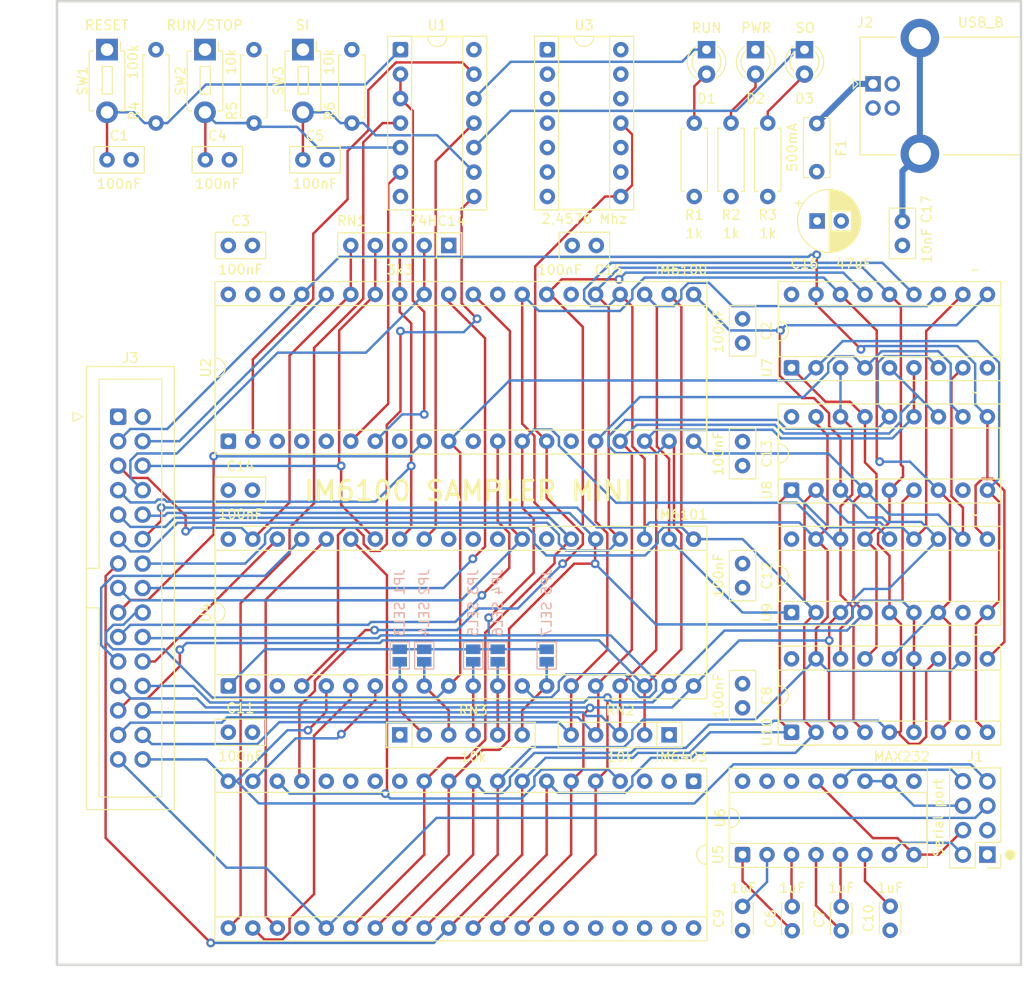
<source format=kicad_pcb>
(kicad_pcb (version 20241229) (generator "pcbnew") (generator_version "9.0")
  (layers (0 "F.Cu" signal "Top Layer") (4 "In1.Cu" signal "Inner VCC") (6 "In2.Cu" signal "Inner GND") (2 "B.Cu" signal "Bottom Layer") (13 "F.Paste" user "Top Paste Mask Layer") (15 "B.Paste" user "Bottom Paste Mask Layer") (5 "F.SilkS" user "Top Silkscreen Layer") (7 "B.SilkS" user "Bottom Silkscreen Layer") (1 "F.Mask" user "Top Solder Mask Layer") (3 "B.Mask" user "Bottom Solder Mask Layer") (25 "Edge.Cuts" user "Multi-Layer"))
  (net 0 "")
  (net 1 "+5V")
  (net 2 "GND")
  (net 3 "XTA")
  (net 4 "XTB")
  (net 5 "XTC")
  (net 6 "LXMAR")
  (net 7 "RUN")
  (net 8 "OSC")
  (net 9 "SENSE4")
  (net 10 "FLAG1")
  (net 11 "RESET")
  (net 12 "SENSE2")
  (net 13 "SENSE1")
  (net 14 "READ1")
  (net 15 "WRITE1")
  (net 16 "READ2")
  (net 17 "WRITE2")
  (net 18 "{slash}C1")
  (net 19 "{slash}SKP")
  (net 20 "{slash}DEVSEL")
  (net 21 "{slash}MEMSEL")
  (net 22 "SENSE3{slash}RXD")
  (net 23 "{slash}C0")
  (net 24 "{slash}C2")
  (net 25 "/P2/DIPSW6")
  (net 26 "/P2/DIPSW7")
  (net 27 "/P2/DIPSW4")
  (net 28 "/P2/DIPSW3")
  (net 29 "/P2/DIPSW5")
  (net 30 "RUN{slash}HLT")
  (net 31 "{slash}RESET")
  (net 36 "Net-(U10-{slash}S1)")
  (net 37 "Net-(D1-A)")
  (net 38 "Net-(D2-A)")
  (net 39 "Net-(D3-A)")
  (net 40 "DX3")
  (net 41 "DX0")
  (net 42 "DX1")
  (net 43 "DX2")
  (net 44 "Net-(D1-K)")
  (net 45 "Net-(D3-K)")
  (net 46 "DX5")
  (net 47 "DX9")
  (net 48 "DX11")
  (net 49 "DX6")
  (net 50 "DX8")
  (net 51 "DX7")
  (net 52 "DX4")
  (net 53 "DX10")
  (net 54 "Net-(J1-Pin_4)")
  (net 55 "Net-(J1-Pin_6)")
  (net 56 "Net-(J1-Pin_8)")
  (net 57 "Net-(J1-Pin_2)")
  (net 58 "{slash}SWSEL")
  (net 59 "IFETCH")
  (net 60 "TXD")
  (net 61 "Net-(U1-1A)")
  (net 62 "Net-(U1-3A)")
  (net 63 "Net-(U1-4A)")
  (net 64 "Net-(U6-C1-)")
  (net 65 "Net-(U6-C1+)")
  (net 66 "Net-(U6-C2-)")
  (net 67 "Net-(U6-C2+)")
  (net 68 "Net-(U6-VS+)")
  (net 69 "Net-(U6-VS-)")
  (net 70 "Net-(J2-Shield)")
  (net 71 "Net-(J2-VBUS)")
  (footprint "MountingHole:MountingHole_3.2mm_M3" (layer "F.Cu") (at 195 85)
    (property "Reference" "HOLE1" (hide yes))
    (property "Value" "MountingHole_3.2mm_M3" (hide yes))
  )
  (footprint "Resistor_THT:R_Axial_DIN0207_L6.3mm_D2.5mm_P7.62mm_Horizontal" (layer "F.Cu") (at 173.99 80.01 90)
    (property "Reference" "R3")
    (property "Value" "1k")
  )
  (footprint "Package_DIP:DIP-40_W15.24mm_Socket" (layer "F.Cu") (at 118.0365 105.41 90)
    (property "Reference" "U2")
    (property "Value" "IM6100")
  )
  (footprint "Capacitor_THT:C_Disc_D5.0mm_W2.5mm_P2.50mm" (layer "F.Cu") (at 153.71 85.09)
    (property "Reference" "C15")
    (property "Value" "100nF")
  )
  (footprint "Capacitor_THT:C_Disc_D5.0mm_W2.5mm_P2.50mm" (layer "F.Cu") (at 118.0365 85.09)
    (property "Reference" "C3")
    (property "Value" "100nF")
  )
  (footprint "Resistor_THT:R_Axial_DIN0207_L6.3mm_D2.5mm_P7.62mm_Horizontal" (layer "F.Cu") (at 110.53 64.77 -90)
    (property "Reference" "R4")
    (property "Value" "100k")
  )
  (footprint "Package_DIP:DIP-14_W7.62mm_Socket" (layer "F.Cu") (at 135.89 64.77)
    (property "Reference" "U1")
    (property "Value" "74HC14")
  )
  (footprint "Package_DIP:DIP-14_W7.62mm_Socket" (layer "F.Cu") (at 151.13 64.77)
    (property "Reference" "U3")
    (property "Value" "2,4576 Mhz")
  )
  (footprint "Capacitor_THT:C_Disc_D5.0mm_W2.5mm_P2.50mm" (layer "F.Cu") (at 171.3765 118.11 -90)
    (property "Reference" "C12")
    (property "Value" "100nF")
  )
  (footprint "Package_DIP:DIP-40_W15.24mm_Socket" (layer "F.Cu") (at 166.2965 140.6935 -90)
    (property "Reference" "U5")
    (property "Value" "IM6403")
  )
  (footprint "LED_THT:LED_D3.0mm" (layer "F.Cu") (at 177.8 64.77 -90)
    (property "Reference" "D3")
    (property "Value" "SO")
  )
  (footprint "Capacitor_THT:C_Disc_D5.0mm_W2.5mm_P2.50mm" (layer "F.Cu") (at 187.96 82.59 -90)
    (property "Reference" "C17")
    (property "Value" "10nF")
  )
  (footprint "Capacitor_THT:C_Disc_D5.0mm_W2.5mm_P2.50mm" (layer "F.Cu") (at 171.3765 92.71 -90)
    (property "Reference" "C2")
    (property "Value" "100nF")
  )
  (footprint "Resistor_THT:R_Axial_DIN0207_L6.3mm_D2.5mm_P7.62mm_Horizontal" (layer "F.Cu") (at 170.18 80.01 90)
    (property "Reference" "R2")
    (property "Value" "1k")
  )
  (footprint "Connector_USB:USB_B_Lumberg_2411_02_Horizontal" (layer "F.Cu") (at 184.909 68.3235)
    (property "Reference" "J2")
    (property "Value" "USB_B")
  )
  (footprint "Button_Switch_THT:SW_PUSH_1P1T_6x3.5mm_H5.0_APEM_MJTP1250" (layer "F.Cu") (at 115.61 64.77 -90)
    (property "Reference" "SW2")
    (property "Value" "RUN/STOP")
  )
  (footprint "Resistor_THT:R_Array_SIP5" (layer "F.Cu") (at 140.8965 85.09 180)
    (property "Reference" "RN1")
    (property "Value" "3k3")
  )
  (footprint "Connector_IDC:IDC-Header_2x15_P2.54mm_Vertical" (layer "F.Cu") (at 106.6065 102.87)
    (property "Reference" "J3")
    (property "Value" "Expansion Header")
  )
  (footprint "Capacitor_THT:CP_Radial_D6.3mm_P2.50mm" (layer "F.Cu") (at 179.11 82.55)
    (property "Reference" "C16")
    (property "Value" "47uF")
  )
  (footprint "Package_DIP:DIP-40_W15.24mm_Socket" (layer "F.Cu") (at 118.0365 130.81 90)
    (property "Reference" "U4")
    (property "Value" "IM6101")
  )
  (footprint "Package_DIP:DIP-18_W7.62mm_Socket" (layer "F.Cu") (at 176.4565 97.79 90)
    (property "Reference" "U7")
    (property "Value" "~")
  )
  (footprint "Resistor_THT:R_Array_SIP6" (layer "F.Cu") (at 135.8165 135.89)
    (property "Reference" "RN3")
    (property "Value" "10k")
  )
  (footprint "Button_Switch_THT:SW_PUSH_1P1T_6x3.5mm_H5.0_APEM_MJTP1250" (layer "F.Cu") (at 105.45 64.77 -90)
    (property "Reference" "SW1")
    (property "Value" "RESET")
  )
  (footprint "Resistor_THT:R_Axial_DIN0207_L6.3mm_D2.5mm_P7.62mm_Horizontal" (layer "F.Cu") (at 166.37 80.01 90)
    (property "Reference" "R1")
    (property "Value" "1k")
  )
  (footprint "Connector_PinHeader_2.54mm:PinHeader_2x04_P2.54mm_Vertical" (layer "F.Cu") (at 196.7765 148.3135 180)
    (property "Reference" "J1")
    (property "Value" "Serial port")
  )
  (footprint "Capacitor_THT:C_Disc_D5.0mm_W2.5mm_P2.50mm" (layer "F.Cu") (at 118.0365 110.49)
    (property "Reference" "C14")
    (property "Value" "100nF")
  )
  (footprint "Capacitor_THT:C_Disc_D5.0mm_W2.5mm_P2.50mm" (layer "F.Cu") (at 118.0365 135.6135)
    (property "Reference" "C11")
    (property "Value" "100nF")
  )
  (footprint "LED_THT:LED_D3.0mm" (layer "F.Cu") (at 167.64 64.77 -90)
    (property "Reference" "D1")
    (property "Value" "RUN")
  )
  (footprint "Capacitor_THT:C_Disc_D3.0mm_W2.0mm_P2.50mm" (layer "F.Cu") (at 176.53 156.21 90)
    (property "Reference" "C6")
    (property "Value" "1uF")
  )
  (footprint "Package_DIP:DIP-18_W7.62mm_Socket" (layer "F.Cu") (at 176.4565 110.49 90)
    (property "Reference" "U8")
    (property "Value" "~")
  )
  (footprint "Package_DIP:DIP-18_W7.62mm_Socket" (layer "F.Cu") (at 176.4565 123.19 90)
    (property "Reference" "U9")
    (property "Value" "~")
  )
  (footprint "Resistor_THT:R_Array_SIP5" (layer "F.Cu") (at 163.7565 135.89 180)
    (property "Reference" "RN2")
    (property "Value" "10k")
  )
  (footprint "Package_DIP:DIP-18_W7.62mm_Socket" (layer "F.Cu") (at 176.4565 135.6135 90)
    (property "Reference" "U10")
    (property "Value" "~")
  )
  (footprint "Capacitor_THT:C_Disc_D3.0mm_W2.0mm_P2.50mm" (layer "F.Cu") (at 186.69 156.17 90)
    (property "Reference" "C10")
    (property "Value" "1uF")
  )
  (footprint "Capacitor_THT:C_Disc_D3.0mm_W2.0mm_P2.50mm" (layer "F.Cu") (at 171.3765 153.69 -90)
    (property "Reference" "C9")
    (property "Value" "1uF")
  )
  (footprint "MountingHole:MountingHole_3.2mm_M3" (layer "F.Cu") (at 105 85)
    (property "Reference" "HOLE4" (hide yes))
    (property "Value" "MountingHole_3.2mm_M3" (hide yes))
  )
  (footprint "MountingHole:MountingHole_3.2mm_M3" (layer "F.Cu") (at 105 155)
    (property "Reference" "HOLE3" (hide yes))
    (property "Value" "MountingHole_3.2mm_M3" (hide yes))
  )
  (footprint "Capacitor_THT:C_Disc_D5.0mm_W2.5mm_P2.50mm" (layer "F.Cu") (at 105.45 76.2)
    (property "Reference" "C1")
    (property "Value" "100nF")
  )
  (footprint "Capacitor_THT:C_Disc_D5.0mm_W2.5mm_P2.50mm" (layer "F.Cu") (at 171.3765 130.5735 -90)
    (property "Reference" "C8")
    (property "Value" "100nF")
  )
  (footprint "Capacitor_THT:C_Disc_D6.0mm_W2.5mm_P5.00mm" (layer "F.Cu") (at 179.07 77.43 90)
    (property "Reference" "F1")
    (property "Value" "500mA")
  )
  (footprint "MountingHole:MountingHole_3.2mm_M3" (layer "F.Cu") (at 195 155)
    (property "Reference" "HOLE2" (hide yes))
    (property "Value" "MountingHole_3.2mm_M3" (hide yes))
  )
  (footprint "Package_DIP:DIP-16_W7.62mm_Socket" (layer "F.Cu") (at 171.3765 148.3135 90)
    (property "Reference" "U6")
    (property "Value" "MAX232")
  )
  (footprint "Capacitor_THT:C_Disc_D3.0mm_W2.0mm_P2.50mm" (layer "F.Cu") (at 181.61 156.21 90)
    (property "Reference" "C7")
    (property "Value" "1uF")
  )
  (footprint "Resistor_THT:R_Axial_DIN0207_L6.3mm_D2.5mm_P7.62mm_Horizontal" (layer "F.Cu") (at 120.69 64.77 -90)
    (property "Reference" "R5")
    (property "Value" "10k")
  )
  (footprint "Resistor_THT:R_Axial_DIN0207_L6.3mm_D2.5mm_P7.62mm_Horizontal" (layer "F.Cu") (at 130.85 64.77 -90)
    (property "Reference" "R6")
    (property "Value" "10k")
  )
  (footprint "LED_THT:LED_D3.0mm" (layer "F.Cu") (at 172.72 64.77 -90)
    (property "Reference" "D2")
    (property "Value" "PWR")
  )
  (footprint "Capacitor_THT:C_Disc_D5.0mm_W2.5mm_P2.50mm" (layer "F.Cu") (at 171.3765 105.45 -90)
    (property "Reference" "C13")
    (property "Value" "100nF")
  )
  (footprint "Capacitor_THT:C_Disc_D5.0mm_W2.5mm_P2.50mm" (layer "F.Cu") (at 115.65 76.2)
    (property "Reference" "C4")
    (property "Value" "100nF")
  )
  (footprint "Capacitor_THT:C_Disc_D5.0mm_W2.5mm_P2.50mm" (layer "F.Cu") (at 125.77 76.2)
    (property "Reference" "C5")
    (property "Value" "100nF")
  )
  (footprint "Button_Switch_THT:SW_PUSH_1P1T_6x3.5mm_H5.0_APEM_MJTP1250" (layer "F.Cu") (at 125.77 64.77 -90)
    (property "Reference" "SW3")
    (property "Value" "SI")
  )
  (footprint "Jumper:SolderJumper-2_P1.3mm_Open_Pad1.0x1.5mm" (layer "B.Cu") (at 138.3565 127.65 90)
    (property "Reference" "JP2")
    (property "Value" "SEL4")
  )
  (footprint "Jumper:SolderJumper-2_P1.3mm_Open_Pad1.0x1.5mm" (layer "B.Cu") (at 135.8165 127.65 90)
    (property "Reference" "JP1")
    (property "Value" "SEL3")
  )
  (footprint "Jumper:SolderJumper-2_P1.3mm_Open_Pad1.0x1.5mm" (layer "B.Cu") (at 145.9765 127.65 90)
    (property "Reference" "JP4")
    (property "Value" "SEL6")
  )
  (footprint "Jumper:SolderJumper-2_P1.3mm_Open_Pad1.0x1.5mm" (layer "B.Cu") (at 151.0565 127.65 90)
    (property "Reference" "JP5")
    (property "Value" "SEL7")
  )
  (footprint "Jumper:SolderJumper-2_P1.3mm_Open_Pad1.0x1.5mm" (layer "B.Cu") (at 143.4365 127.65 90)
    (property "Reference" "JP3")
    (property "Value" "SEL5")
  )
  (gr_circle (center 199.136 148.336) (end 199.136 147.828) (stroke (width 0.1)) (fill yes) (layer "F.SilkS"))
  (gr_rect (start 100.2565 59.7435) (end 200.2565 159.7435) (stroke (width 0.254)) (fill no) (layer "Edge.Cuts"))
  (gr_text "IM6100 SAMPLER MINI" (at 125.73 111.76 0) (layer "F.SilkS") (effects (font (size 2.032 2.032) (thickness 0.3048) (bold yes)) (justify left bottom)))
  (segment (start 118.0365 130.81) (end 121.8465 127) (width 0.254) (layer "B.Cu") (net 1))
  (segment (start 145.9765 127) (end 151.0565 127) (width 0.254) (layer "B.Cu") (net 1))
  (segment (start 121.8465 127) (end 135.8165 127) (width 0.254) (layer "B.Cu") (net 1))
  (segment (start 143.4365 127) (end 138.3565 127) (width 0.254) (layer "B.Cu") (net 1))
  (segment (start 143.4365 127) (end 145.9765 127) (width 0.254) (layer "B.Cu") (net 1))
  (segment (start 135.8165 127) (end 138.3565 127) (width 0.254) (layer "B.Cu") (net 1))
  (segment (start 179.07 82.51) (end 179.11 82.55) (width 0.635) (layer "B.Cu") (net 1))
  (segment (start 109.711 121.8827) (end 107.9138 121.8827) (width 0.254) (layer "F.Cu") (net 3))
  (segment (start 107.9138 121.8827) (end 106.6065 123.19) (width 0.254) (layer "F.Cu") (net 3))
  (segment (start 116.5099 115.0838) (end 109.711 121.8827) (width 0.254) (layer "F.Cu") (net 3))
  (segment (start 116.5099 106.9743) (end 116.5099 115.0838) (width 0.254) (layer "F.Cu") (net 3))
  (via (at 116.5099 106.9743) (size 0.9144) (drill 0.4572) (layers "F.Cu" "B.Cu") (net 3))
  (segment (start 138.3565 105.41) (end 136.7922 106.9743) (width 0.254) (layer "B.Cu") (net 3))
  (segment (start 136.7922 106.9743) (end 116.5099 106.9743) (width 0.254) (layer "B.Cu") (net 3))
  (segment (start 147.1791 114.9513) (end 147.1791 118.5657) (width 0.254) (layer "F.Cu") (net 4))
  (segment (start 145.9765 113.7487) (end 147.1791 114.9513) (width 0.254) (layer "F.Cu") (net 4))
  (segment (start 145.9765 105.41) (end 145.9765 113.7487) (width 0.254) (layer "F.Cu") (net 4))
  (segment (start 147.1791 118.5657) (end 144.3399 121.4049) (width 0.254) (layer "F.Cu") (net 4))
  (via (at 144.3399 121.4049) (size 0.9144) (drill 0.4572) (layers "F.Cu" "B.Cu") (net 4))
  (segment (start 132.8522 124.1689) (end 132.5611 124.46) (width 0.254) (layer "B.Cu") (net 4))
  (segment (start 141.5759 124.1689) (end 132.8522 124.1689) (width 0.254) (layer "B.Cu") (net 4))
  (segment (start 132.5611 124.46) (end 107.8765 124.46) (width 0.254) (layer "B.Cu") (net 4))
  (segment (start 107.8765 124.46) (end 106.6065 125.73) (width 0.254) (layer "B.Cu") (net 4))
  (segment (start 144.3399 121.4049) (end 141.5759 124.1689) (width 0.254) (layer "B.Cu") (net 4))
  (segment (start 148.5165 112.2999) (end 149.7071 113.4905) (width 0.254) (layer "F.Cu") (net 5))
  (segment (start 149.7071 113.4905) (end 149.7071 119.0645) (width 0.254) (layer "F.Cu") (net 5))
  (segment (start 182.7564 123.6427) (end 181.5365 124.8626) (width 0.254) (layer "F.Cu") (net 5))
  (segment (start 181.5365 124.8626) (end 181.5365 127.9935) (width 0.254) (layer "F.Cu") (net 5))
  (segment (start 149.7071 119.0645) (end 145.0415 123.7301) (width 0.254) (layer "F.Cu") (net 5))
  (segment (start 181.5365 112.1626) (end 181.5365 115.57) (width 0.254) (layer "F.Cu") (net 5))
  (segment (start 182.7564 122.5886) (end 182.7564 123.6427) (width 0.254) (layer "F.Cu") (net 5))
  (segment (start 148.5165 105.41) (end 148.5165 112.2999) (width 0.254) (layer "F.Cu") (net 5))
  (segment (start 182.7452 104.0787) (end 182.7452 110.9539) (width 0.254) (layer "F.Cu") (net 5))
  (segment (start 181.5365 115.57) (end 181.5365 121.3687) (width 0.254) (layer "F.Cu") (net 5))
  (segment (start 182.7452 110.9539) (end 181.5365 112.1626) (width 0.254) (layer "F.Cu") (net 5))
  (segment (start 181.5365 121.3687) (end 182.7564 122.5886) (width 0.254) (layer "F.Cu") (net 5))
  (segment (start 181.5365 102.87) (end 182.7452 104.0787) (width 0.254) (layer "F.Cu") (net 5))
  (via (at 145.0415 123.7301) (size 0.9144) (drill 0.4572) (layers "F.Cu" "B.Cu") (net 5))
  (segment (start 153.0806 129.5993) (end 152.3123 130.3676) (width 0.254) (layer "B.Cu") (net 5))
  (segment (start 152.3123 131.2341) (end 151.541 132.0054) (width 0.254) (layer "B.Cu") (net 5))
  (segment (start 149.7279 104.1986) (end 151.5564 104.1986) (width 0.254) (layer "B.Cu") (net 5))
  (segment (start 109.1465 125.73) (end 109.2652 125.8487) (width 0.254) (layer "B.Cu") (net 5))
  (segment (start 133.5479 125.8487) (end 133.8389 125.5577) (width 0.254) (layer "B.Cu") (net 5))
  (segment (start 160.0338 130.438) (end 159.1951 129.5993) (width 0.254) (layer "B.Cu") (net 5))
  (segment (start 133.8389 125.5577) (end 145.0415 125.5577) (width 0.254) (layer "B.Cu") (net 5))
  (segment (start 149.7119 132.0054) (end 148.5165 130.81) (width 0.254) (layer "B.Cu") (net 5))
  (segment (start 162.3992 131.2999) (end 161.7064 131.9927) (width 0.254) (layer "B.Cu") (net 5))
  (segment (start 145.0415 125.5577) (end 145.0415 123.7301) (width 0.254) (layer "B.Cu") (net 5))
  (segment (start 152.3123 130.3676) (end 152.3123 131.2341) (width 0.254) (layer "B.Cu") (net 5))
  (segment (start 109.2652 125.8487) (end 133.5479 125.8487) (width 0.254) (layer "B.Cu") (net 5))
  (segment (start 152.3265 104.9687) (end 152.3265 105.8685) (width 0.254) (layer "B.Cu") (net 5))
  (segment (start 181.5365 97.79) (end 181.5365 102.87) (width 0.254) (layer "B.Cu") (net 5))
  (segment (start 160.7267 131.9927) (end 160.0338 131.2998) (width 0.254) (layer "B.Cu") (net 5))
  (segment (start 161.7064 131.9927) (end 160.7267 131.9927) (width 0.254) (layer "B.Cu") (net 5))
  (segment (start 176.969 111.7966) (end 180.7424 115.57) (width 0.254) (layer "B.Cu") (net 5))
  (segment (start 157.6877 125.5577) (end 162.3992 130.2692) (width 0.254) (layer "B.Cu") (net 5))
  (segment (start 148.5165 105.41) (end 149.7279 104.1986) (width 0.254) (layer "B.Cu") (net 5))
  (segment (start 151.5564 104.1986) (end 152.3265 104.9687) (width 0.254) (layer "B.Cu") (net 5))
  (segment (start 159.1951 129.5993) (end 153.0806 129.5993) (width 0.254) (layer "B.Cu") (net 5))
  (segment (start 151.541 132.0054) (end 149.7119 132.0054) (width 0.254) (layer "B.Cu") (net 5))
  (segment (start 152.3265 105.8685) (end 158.2546 111.7966) (width 0.254) (layer "B.Cu") (net 5))
  (segment (start 180.7424 115.57) (end 181.5365 115.57) (width 0.254) (layer "B.Cu") (net 5))
  (segment (start 158.2546 111.7966) (end 176.969 111.7966) (width 0.254) (layer "B.Cu") (net 5))
  (segment (start 145.0415 125.5577) (end 157.6877 125.5577) (width 0.254) (layer "B.Cu") (net 5))
  (segment (start 162.3992 130.2692) (end 162.3992 131.2999) (width 0.254) (layer "B.Cu") (net 5))
  (segment (start 160.0338 131.2998) (end 160.0338 130.438) (width 0.254) (layer "B.Cu") (net 5))
  (segment (start 140.8965 105.41) (end 142.0871 106.6006) (width 0.254) (layer "F.Cu") (net 6))
  (segment (start 142.0871 129.6194) (end 140.8965 130.81) (width 0.254) (layer "F.Cu") (net 6))
  (segment (start 196.7765 123.19) (end 195.5859 124.3806) (width 0.254) (layer "F.Cu") (net 6))
  (segment (start 195.5859 134.4229) (end 196.7765 135.6135) (width 0.254) (layer "F.Cu") (net 6))
  (segment (start 142.0871 106.6006) (end 142.0871 129.6194) (width 0.254) (layer "F.Cu") (net 6))
  (segment (start 197.9993 121.9672) (end 196.7765 123.19) (width 0.254) (layer "F.Cu") (net 6))
  (segment (start 196.7765 110.49) (end 197.9993 111.7128) (width 0.254) (layer "F.Cu") (net 6))
  (segment (start 195.5859 124.3806) (end 195.5859 134.4229) (width 0.254) (layer "F.Cu") (net 6))
  (segment (start 197.9993 111.7128) (end 197.9993 121.9672) (width 0.254) (layer "F.Cu") (net 6))
  (segment (start 106.0554 127.0002) (end 111.3674 127.0002) (width 0.254) (layer "B.Cu") (net 6))
  (segment (start 140.8965 105.41) (end 147.2021 99.1044) (width 0.254) (layer "B.Cu") (net 6))
  (segment (start 147.2021 99.1044) (end 177.6821 99.1044) (width 0.254) (layer "B.Cu") (net 6))
  (segment (start 139.6884 132.0181) (end 140.8965 130.81) (width 0.254) (layer "B.Cu") (net 6))
  (segment (start 195.7557 95.0231) (end 181.7634 95.0231) (width 0.254) (layer "B.Cu") (net 6))
  (segment (start 177.6821 99.1044) (end 178.9965 97.79) (width 0.254) (layer "B.Cu") (net 6))
  (segment (start 197.9993 109.2672) (end 197.9993 97.2667) (width 0.254) (layer "B.Cu") (net 6))
  (segment (start 196.7765 110.49) (end 197.9993 109.2672) (width 0.254) (layer "B.Cu") (net 6))
  (segment (start 181.7634 95.0231) (end 178.9965 97.79) (width 0.254) (layer "B.Cu") (net 6))
  (segment (start 108.4257 123.19) (end 107.1557 124.46) (width 0.254) (layer "B.Cu") (net 6))
  (segment (start 105.3543 126.2991) (end 106.0554 127.0002) (width 0.254) (layer "B.Cu") (net 6))
  (segment (start 116.3853 132.0181) (end 139.6884 132.0181) (width 0.254) (layer "B.Cu") (net 6))
  (segment (start 111.3674 127.0002) (end 116.3853 132.0181) (width 0.254) (layer "B.Cu") (net 6))
  (segment (start 106.1114 124.46) (end 105.3543 125.2171) (width 0.254) (layer "B.Cu") (net 6))
  (segment (start 197.9993 97.2667) (end 195.7557 95.0231) (width 0.254) (layer "B.Cu") (net 6))
  (segment (start 109.1465 123.19) (end 108.4257 123.19) (width 0.254) (layer "B.Cu") (net 6))
  (segment (start 107.1557 124.46) (end 106.1114 124.46) (width 0.254) (layer "B.Cu") (net 6))
  (segment (start 105.3543 125.2171) (end 105.3543 126.2991) (width 0.254) (layer "B.Cu") (net 6))
  (segment (start 130.4052 80.311) (end 126.8447 83.8715) (width 0.254) (layer "F.Cu") (net 7))
  (segment (start 126.8447 83.8715) (end 126.8447 90.6544) (width 0.254) (layer "F.Cu") (net 7))
  (segment (start 120.5765 96.9226) (end 120.5765 105.41) (width 0.254) (layer "F.Cu") (net 7))
  (segment (start 132.5508 73.1501) (end 130.4052 75.2957) (width 0.254) (layer "F.Cu") (net 7))
  (segment (start 143.51 67.31) (end 142.2946 66.0946) (width 0.254) (layer "F.Cu") (net 7))
  (segment (start 135.427 66.0946) (end 132.5508 68.9708) (width 0.254) (layer "F.Cu") (net 7))
  (segment (start 130.4052 75.2957) (end 130.4052 80.311) (width 0.254) (layer "F.Cu") (net 7))
  (segment (start 132.5508 68.9708) (end 132.5508 73.1501) (width 0.254) (layer "F.Cu") (net 7))
  (segment (start 142.2946 66.0946) (end 135.427 66.0946) (width 0.254) (layer "F.Cu") (net 7))
  (segment (start 126.8447 90.6544) (end 120.5765 96.9226) (width 0.254) (layer "F.Cu") (net 7))
  (segment (start 125.4056 132.9149) (end 127.0138 131.3067) (width 0.254) (layer "F.Cu") (net 8))
  (segment (start 125.4056 140.4426) (end 125.4056 132.9149) (width 0.254) (layer "F.Cu") (net 8))
  (segment (start 132.2519 125.0088) (end 133.2 125.0088) (width 0.254) (layer "F.Cu") (net 8))
  (segment (start 151.0565 105.4079) (end 149.8659 104.2173) (width 0.254) (layer "F.Cu") (net 8))
  (segment (start 151.0565 105.41) (end 151.0565 105.4079) (width 0.254) (layer "F.Cu") (net 8))
  (segment (start 159.9389 73.5789) (end 158.75 72.39) (width 0.254) (layer "F.Cu") (net 8))
  (segment (start 157.114 80.01) (end 158.75 80.01) (width 0.254) (layer "F.Cu") (net 8))
  (segment (start 127.0138 131.3067) (end 127.0138 130.2469) (width 0.254) (layer "F.Cu") (net 8))
  (segment (start 149.8659 87.2581) (end 157.114 80.01) (width 0.254) (layer "F.Cu") (net 8))
  (segment (start 125.6565 140.6935) (end 125.4056 140.4426) (width 0.254) (layer "F.Cu") (net 8))
  (segment (start 127.0138 130.2469) (end 132.2519 125.0088) (width 0.254) (layer "F.Cu") (net 8))
  (segment (start 152.712 118.121) (end 152.7914 118.121) (width 0.254) (layer "F.Cu") (net 8))
  (segment (start 159.9389 78.8211) (end 159.9389 73.5789) (width 0.254) (layer "F.Cu") (net 8))
  (segment (start 151.0565 111.2841) (end 151.0565 105.41) (width 0.254) (layer "F.Cu") (net 8))
  (segment (start 154.8101 116.1023) (end 154.8101 115.0377) (width 0.254) (layer "F.Cu") (net 8))
  (segment (start 158.75 80.01) (end 159.9389 78.8211) (width 0.254) (layer "F.Cu") (net 8))
  (segment (start 149.8659 104.2173) (end 149.8659 87.2581) (width 0.254) (layer "F.Cu") (net 8))
  (segment (start 152.7914 118.121) (end 154.8101 116.1023) (width 0.254) (layer "F.Cu") (net 8))
  (segment (start 154.8101 115.0377) (end 151.0565 111.2841) (width 0.254) (layer "F.Cu") (net 8))
  (via (at 133.2 125.0088) (size 0.9144) (drill 0.4572) (layers "F.Cu" "B.Cu") (net 8))
  (via (at 152.712 118.121) (size 0.9144) (drill 0.4572) (layers "F.Cu" "B.Cu") (net 8))
  (segment (start 148.0658 122.7672) (end 152.712 118.121) (width 0.254) (layer "B.Cu") (net 8))
  (segment (start 133.2 125.0088) (end 141.7664 125.0088) (width 0.254) (layer "B.Cu") (net 8))
  (segment (start 141.7664 125.0088) (end 144.008 122.7672) (width 0.254) (layer "B.Cu") (net 8))
  (segment (start 144.008 122.7672) (end 148.0658 122.7672) (width 0.254) (layer "B.Cu") (net 8))
  (segment (start 132.797 116.7926) (end 132.0729 116.0685) (width 0.254) (layer "F.Cu") (net 9))
  (segment (start 133.7483 116.7926) (end 132.797 116.7926) (width 0.254) (layer "F.Cu") (net 9))
  (segment (start 132.0729 115.2338) (end 131.201 114.3619) (width 0.254) (layer "F.Cu") (net 9))
  (segment (start 130.1936 114.3619) (end 129.4101 115.1454) (width 0.254) (layer "F.Cu") (net 9))
  (segment (start 131.201 114.3619) (end 130.1936 114.3619) (width 0.254) (layer "F.Cu") (net 9))
  (segment (start 134.4759 116.065) (end 133.7483 116.7926) (width 0.254) (layer "F.Cu") (net 9))
  (segment (start 132.0729 116.0685) (end 132.0729 115.2338) (width 0.254) (layer "F.Cu") (net 9))
  (segment (start 142.2342 91.1007) (end 142.2342 81.2858) (width 0.254) (layer "F.Cu") (net 9))
  (segment (start 142.2342 81.2858) (end 143.51 80.01) (width 0.254) (layer "F.Cu") (net 9))
  (segment (start 129.4101 115.1454) (end 129.4101 127.0564) (width 0.254) (layer "F.Cu") (net 9))
  (segment (start 135.89 102.296) (end 134.4759 103.7101) (width 0.254) (layer "F.Cu") (net 9))
  (segment (start 143.8389 92.7054) (end 142.2342 91.1007) (width 0.254) (layer "F.Cu") (net 9))
  (segment (start 135.89 93.98) (end 135.89 102.296) (width 0.254) (layer "F.Cu") (net 9))
  (segment (start 134.4759 103.7101) (end 134.4759 116.065) (width 0.254) (layer "F.Cu") (net 9))
  (segment (start 129.4101 127.0564) (end 125.6565 130.81) (width 0.254) (layer "F.Cu") (net 9))
  (via (at 135.89 93.98) (size 0.9144) (drill 0.4572) (layers "F.Cu" "B.Cu") (net 9))
  (via (at 143.8389 92.7054) (size 0.9144) (drill 0.4572) (layers "F.Cu" "B.Cu") (net 9))
  (segment (start 136.0064 94.0964) (end 142.4479 94.0964) (width 0.254) (layer "B.Cu") (net 9))
  (segment (start 142.4479 94.0964) (end 143.8389 92.7054) (width 0.254) (layer "B.Cu") (net 9))
  (segment (start 135.89 93.98) (end 136.0064 94.0964) (width 0.254) (layer "B.Cu") (net 9))
  (segment (start 139.5427 114.3838) (end 139.5427 76.3573) (width 0.254) (layer "F.Cu") (net 10))
  (segment (start 138.3565 115.57) (end 139.5427 114.3838) (width 0.254) (layer "F.Cu") (net 10))
  (segment (start 139.5427 76.3573) (end 143.51 72.39) (width 0.254) (layer "F.Cu") (net 10))
  (segment (start 132.0312 74.3905) (end 134.0317 72.39) (width 0.254) (layer "F.Cu") (net 11))
  (segment (start 132.0312 90.6213) (end 132.0312 74.3905) (width 0.254) (layer "F.Cu") (net 11))
  (segment (start 118.0365 155.9335) (end 119.3069 154.6631) (width 0.254) (layer "F.Cu") (net 11))
  (segment (start 124.3865 114.3888) (end 126.9265 111.8488) (width 0.254) (layer "F.Cu") (net 11))
  (segment (start 126.9265 111.8488) (end 126.9265 95.726) (width 0.254) (layer "F.Cu") (net 11))
  (segment (start 119.3069 122.2148) (end 124.3865 117.1352) (width 0.254) (layer "F.Cu") (net 11))
  (segment (start 124.3865 117.1352) (end 124.3865 114.3888) (width 0.254) (layer "F.Cu") (net 11))
  (segment (start 126.9265 95.726) (end 132.0312 90.6213) (width 0.254) (layer "F.Cu") (net 11))
  (segment (start 134.0317 72.39) (end 135.89 72.39) (width 0.254) (layer "F.Cu") (net 11))
  (segment (start 119.3069 154.6631) (end 119.3069 122.2148) (width 0.254) (layer "F.Cu") (net 11))
  (segment (start 124.3865 154.9482) (end 126.9265 152.4082) (width 0.254) (layer "F.Cu") (net 12))
  (segment (start 121.7693 157.1263) (end 123.6502 157.1263) (width 0.254) (layer "F.Cu") (net 12))
  (segment (start 120.5765 155.9335) (end 121.7693 157.1263) (width 0.254) (layer "F.Cu") (net 12))
  (segment (start 130.7365 132.1494) (end 130.7365 130.81) (width 0.254) (layer "F.Cu") (net 12))
  (segment (start 126.9265 152.4082) (end 126.9265 135.9594) (width 0.254) (layer "F.Cu") (net 12))
  (segment (start 126.9265 135.9594) (end 130.7365 132.1494) (width 0.254) (layer "F.Cu") (net 12))
  (segment (start 124.3865 156.39) (end 124.3865 154.9482) (width 0.254) (layer "F.Cu") (net 12))
  (segment (start 123.6502 157.1263) (end 124.3865 156.39) (width 0.254) (layer "F.Cu") (net 12))
  (segment (start 133.2765 132.2949) (end 129.7609 135.8105) (width 0.254) (layer "F.Cu") (net 13))
  (segment (start 133.2765 130.81) (end 133.2765 132.2949) (width 0.254) (layer "F.Cu") (net 13))
  (via (at 129.7609 135.8105) (size 0.9144) (drill 0.4572) (layers "F.Cu" "B.Cu") (net 13))
  (segment (start 129.3249 136.2465) (end 129.7609 135.8105) (width 0.254) (layer "B.Cu") (net 13))
  (segment (start 120.5765 140.6935) (end 125.0235 136.2465) (width 0.254) (layer "B.Cu") (net 13))
  (segment (start 125.0235 136.2465) (end 129.3249 136.2465) (width 0.254) (layer "B.Cu") (net 13))
  (segment (start 134.4887 119.3222) (end 130.7365 115.57) (width 0.254) (layer "F.Cu") (net 14))
  (segment (start 134.4887 141.8075) (end 134.4887 119.3222) (width 0.254) (layer "F.Cu") (net 14))
  (segment (start 134.3155 141.9807) (end 134.4887 141.8075) (width 0.254) (layer "F.Cu") (net 14))
  (via (at 134.3155 141.9807) (size 0.9144) (drill 0.4572) (layers "F.Cu" "B.Cu") (net 14))
  (segment (start 148.4458 142.4904) (end 149.7865 141.1497) (width 0.254) (layer "B.Cu") (net 14))
  (segment (start 134.3155 141.9807) (end 134.8252 142.4904) (width 0.254) (layer "B.Cu") (net 14))
  (segment (start 134.3155 141.9807) (end 124.4037 141.9807) (width 0.254) (layer "B.Cu") (net 14))
  (segment (start 150.5182 139.4859) (end 157.4689 139.4859) (width 0.254) (layer "B.Cu") (net 14))
  (segment (start 149.7865 140.2176) (end 150.5182 139.4859) (width 0.254) (layer "B.Cu") (net 14))
  (segment (start 124.4037 141.9807) (end 123.1165 140.6935) (width 0.254) (layer "B.Cu") (net 14))
  (segment (start 157.4689 139.4859) (end 158.6765 140.6935) (width 0.254) (layer "B.Cu") (net 14))
  (segment (start 149.7865 141.1497) (end 149.7865 140.2176) (width 0.254) (layer "B.Cu") (net 14))
  (segment (start 134.8252 142.4904) (end 148.4458 142.4904) (width 0.254) (layer "B.Cu") (net 14))
  (segment (start 121.9085 121.858) (end 128.1965 115.57) (width 0.254) (layer "F.Cu") (net 15))
  (segment (start 121.9085 154.7255) (end 121.9085 121.858) (width 0.254) (layer "F.Cu") (net 15))
  (segment (start 123.1165 155.9335) (end 121.9085 154.7255) (width 0.254) (layer "F.Cu") (net 15))
  (segment (start 125.6565 115.57) (end 121.8465 119.38) (width 0.254) (layer "B.Cu") (net 16))
  (segment (start 104.8395 126.5777) (end 106.5318 128.27) (width 0.254) (layer "B.Cu") (net 16))
  (segment (start 106.5318 128.27) (end 106.6065 128.27) (width 0.254) (layer "B.Cu") (net 16))
  (segment (start 121.8465 119.38) (end 106.0961 119.38) (width 0.254) (layer "B.Cu") (net 16))
  (segment (start 106.0961 119.38) (end 104.8395 120.6366) (width 0.254) (layer "B.Cu") (net 16))
  (segment (start 104.8395 120.6366) (end 104.8395 126.5777) (width 0.254) (layer "B.Cu") (net 16))
  (segment (start 110.4165 128.27) (end 109.1465 128.27) (width 0.254) (layer "F.Cu") (net 17))
  (segment (start 123.1165 115.57) (end 110.4165 128.27) (width 0.254) (layer "F.Cu") (net 17))
  (segment (start 135.8165 85.09) (end 135.8165 90.17) (width 0.254) (layer "F.Cu") (net 18))
  (segment (start 137.0071 93.1793) (end 135.8165 91.9887) (width 0.254) (layer "F.Cu") (net 18))
  (segment (start 137.0071 114.3794) (end 135.8165 115.57) (width 0.254) (layer "F.Cu") (net 18))
  (segment (start 137.0071 107.9767) (end 137.0071 114.3794) (width 0.254) (layer "F.Cu") (net 18))
  (segment (start 135.8165 91.9887) (end 135.8165 90.17) (width 0.254) (layer "F.Cu") (net 18))
  (segment (start 137.0071 107.9767) (end 137.0071 93.1793) (width 0.254) (layer "F.Cu") (net 18))
  (via (at 137.0071 107.9767) (size 0.9144) (drill 0.4572) (layers "F.Cu" "B.Cu") (net 18))
  (segment (start 111.6421 111.6848) (end 111.421 111.4637) (width 0.254) (layer "B.Cu") (net 18))
  (segment (start 133.299 111.6848) (end 111.6421 111.6848) (width 0.254) (layer "B.Cu") (net 18))
  (segment (start 107.8765 111.76) (end 106.6065 110.49) (width 0.254) (layer "B.Cu") (net 18))
  (segment (start 111.421 111.4637) (end 110.7253 111.4637) (width 0.254) (layer "B.Cu") (net 18))
  (segment (start 110.429 111.76) (end 107.8765 111.76) (width 0.254) (layer "B.Cu") (net 18))
  (segment (start 137.0071 107.9767) (end 133.299 111.6848) (width 0.254) (layer "B.Cu") (net 18))
  (segment (start 110.7253 111.4637) (end 110.429 111.76) (width 0.254) (layer "B.Cu") (net 18))
  (segment (start 113.6067 114.7457) (end 113.6067 113.1644) (width 0.254) (layer "F.Cu") (net 19))
  (segment (start 107.8764 109.2199) (end 106.6065 107.95) (width 0.254) (layer "F.Cu") (net 19))
  (segment (start 130.7365 85.09) (end 130.7365 90.17) (width 0.254) (layer "F.Cu") (net 19))
  (segment (start 124.3865 111.76) (end 124.3865 96.52) (width 0.254) (layer "F.Cu") (net 19))
  (segment (start 109.6622 109.2199) (end 107.8764 109.2199) (width 0.254) (layer "F.Cu") (net 19))
  (segment (start 120.5765 115.57) (end 124.3865 111.76) (width 0.254) (layer "F.Cu") (net 19))
  (segment (start 124.3865 96.52) (end 130.7365 90.17) (width 0.254) (layer "F.Cu") (net 19))
  (segment (start 113.6067 113.1644) (end 109.6622 109.2199) (width 0.254) (layer "F.Cu") (net 19))
  (via (at 113.6067 114.7457) (size 0.9144) (drill 0.4572) (layers "F.Cu" "B.Cu") (net 19))
  (segment (start 113.9762 114.7457) (end 114.3411 114.3808) (width 0.254) (layer "B.Cu") (net 19))
  (segment (start 119.3873 114.3808) (end 120.5765 115.57) (width 0.254) (layer "B.Cu") (net 19))
  (segment (start 113.6067 114.7457) (end 113.9762 114.7457) (width 0.254) (layer "B.Cu") (net 19))
  (segment (start 114.3411 114.3808) (end 119.3873 114.3808) (width 0.254) (layer "B.Cu") (net 19))
  (segment (start 148.5165 115.57) (end 148.5165 115.5679) (width 0.254) (layer "F.Cu") (net 20))
  (segment (start 147.2465 114.2979) (end 147.2465 93.98) (width 0.254) (layer "F.Cu") (net 20))
  (segment (start 148.5165 115.5679) (end 147.2465 114.2979) (width 0.254) (layer "F.Cu") (net 20))
  (segment (start 147.2465 93.98) (end 143.4365 90.17) (width 0.254) (layer "F.Cu") (net 20))
  (segment (start 107.8751 121.9186) (end 106.6065 120.65) (width 0.254) (layer "B.Cu") (net 20))
  (segment (start 142.1679 121.9186) (end 107.8751 121.9186) (width 0.254) (layer "B.Cu") (net 20))
  (segment (start 148.5165 115.57) (end 142.1679 121.9186) (width 0.254) (layer "B.Cu") (net 20))
  (segment (start 196.7765 109.3073) (end 196.2416 109.3073) (width 0.254) (layer "F.Cu") (net 21))
  (segment (start 198.5357 110.5322) (end 197.3108 109.3073) (width 0.254) (layer "F.Cu") (net 21))
  (segment (start 179.07 86.0534) (end 179.07 90.0965) (width 0.254) (layer "F.Cu") (net 21))
  (segment (start 198.5357 126.2343) (end 198.5357 110.5322) (width 0.254) (layer "F.Cu") (net 21))
  (segment (start 179.07 90.0965) (end 178.9965 90.17) (width 0.254) (layer "F.Cu") (net 21))
  (segment (start 196.7765 127.9935) (end 198.5357 126.2343) (width 0.254) (layer "F.Cu") (net 21))
  (segment (start 195.5541 114.3476) (end 196.7765 115.57) (width 0.254) (layer "F.Cu") (net 21))
  (segment (start 196.2416 109.3073) (end 195.5541 109.9948) (width 0.254) (layer "F.Cu") (net 21))
  (segment (start 183.6538 95.8697) (end 178.9965 91.2124) (width 0.254) (layer "F.Cu") (net 21))
  (segment (start 195.5541 109.9948) (end 195.5541 114.3476) (width 0.254) (layer "F.Cu") (net 21))
  (segment (start 178.9965 91.2124) (end 178.9965 90.17) (width 0.254) (layer "F.Cu") (net 21))
  (segment (start 197.3108 109.3073) (end 196.7765 109.3073) (width 0.254) (layer "F.Cu") (net 21))
  (segment (start 196.7765 102.87) (end 196.7765 109.3073) (width 0.254) (layer "F.Cu") (net 21))
  (via (at 183.6538 95.8697) (size 0.9144) (drill 0.4572) (layers "F.Cu" "B.Cu") (net 21))
  (via (at 179.07 86.0534) (size 0.9144) (drill 0.4572) (layers "F.Cu" "B.Cu") (net 21))
  (segment (start 178.4369 86.0534) (end 178.2176 86.2727) (width 0.254) (layer "B.Cu") (net 21))
  (segment (start 111.688 104.1385) (end 125.6565 90.17) (width 0.254) (layer "B.Cu") (net 21))
  (segment (start 106.6065 105.41) (end 107.878 104.1385) (width 0.254) (layer "B.Cu") (net 21))
  (segment (start 179.07 86.0534) (end 178.4369 86.0534) (width 0.254) (layer "B.Cu") (net 21))
  (segment (start 195.5065 101.6) (end 195.5065 97.3736) (width 0.254) (layer "B.Cu") (net 21))
  (segment (start 129.5538 86.2727) (end 125.6565 90.17) (width 0.254) (layer "B.Cu") (net 21))
  (segment (start 183.9907 95.5328) (end 183.6538 95.8697) (width 0.254) (layer "B.Cu") (net 21))
  (segment (start 193.6657 95.5328) (end 183.9907 95.5328) (width 0.254) (layer "B.Cu") (net 21))
  (segment (start 196.7765 102.87) (end 195.5065 101.6) (width 0.254) (layer "B.Cu") (net 21))
  (segment (start 178.2176 86.2727) (end 129.5538 86.2727) (width 0.254) (layer "B.Cu") (net 21))
  (segment (start 107.878 104.1385) (end 111.688 104.1385) (width 0.254) (layer "B.Cu") (net 21))
  (segment (start 195.5065 97.3736) (end 193.6657 95.5328) (width 0.254) (layer "B.Cu") (net 21))
  (segment (start 128.1965 133.5016) (end 126.2915 135.4066) (width 0.254) (layer "F.Cu") (net 22))
  (segment (start 128.1965 130.81) (end 128.1965 133.5016) (width 0.254) (layer "F.Cu") (net 22))
  (via (at 126.2915 135.4066) (size 0.9144) (drill 0.4572) (layers "F.Cu" "B.Cu") (net 22))
  (segment (start 121.2047 143.0001) (end 166.3795 143.0001) (width 0.254) (layer "B.Cu") (net 22))
  (segment (start 126.2915 135.4066) (end 124.1604 135.4066) (width 0.254) (layer "B.Cu") (net 22))
  (segment (start 118.0365 140.6935) (end 118.0488 140.6812) (width 0.254) (layer "B.Cu") (net 22))
  (segment (start 118.0488 140.6812) (end 118.8858 140.6812) (width 0.254) (layer "B.Cu") (net 22))
  (segment (start 195.0316 138.9486) (end 196.7765 140.6935) (width 0.254) (layer "B.Cu") (net 22))
  (segment (start 124.1604 135.4066) (end 118.8858 140.6812) (width 0.254) (layer "B.Cu") (net 22))
  (segment (start 109.1465 138.43) (end 115.773 138.43) (width 0.254) (layer "B.Cu") (net 22))
  (segment (start 170.431 138.9486) (end 195.0316 138.9486) (width 0.254) (layer "B.Cu") (net 22))
  (segment (start 118.8858 140.6812) (end 121.2047 143.0001) (width 0.254) (layer "B.Cu") (net 22))
  (segment (start 115.773 138.43) (end 118.0365 140.6935) (width 0.254) (layer "B.Cu") (net 22))
  (segment (start 166.3795 143.0001) (end 170.431 138.9486) (width 0.254) (layer "B.Cu") (net 22))
  (segment (start 138.3565 90.17) (end 138.3565 85.09) (width 0.254) (layer "F.Cu") (net 23))
  (segment (start 112.6901 106.68) (end 108.5989 106.68) (width 0.254) (layer "B.Cu") (net 23))
  (segment (start 138.3565 90.17) (end 132.3064 96.2201) (width 0.254) (layer "B.Cu") (net 23))
  (segment (start 132.3064 96.2201) (end 123.15 96.2201) (width 0.254) (layer "B.Cu") (net 23))
  (segment (start 123.15 96.2201) (end 112.6901 106.68) (width 0.254) (layer "B.Cu") (net 23))
  (segment (start 107.8765 107.4024) (end 107.8765 109.22) (width 0.254) (layer "B.Cu") (net 23))
  (segment (start 108.5989 106.68) (end 107.8765 107.4024) (width 0.254) (layer "B.Cu") (net 23))
  (segment (start 107.8765 109.22) (end 109.1465 110.49) (width 0.254) (layer "B.Cu") (net 23))
  (segment (start 129.5334 107.7743) (end 129.5334 93.9131) (width 0.254) (layer "F.Cu") (net 24))
  (segment (start 129.7342 107.9751) (end 129.7342 112.0277) (width 0.254) (layer "F.Cu") (net 24))
  (segment (start 133.2765 85.09) (end 133.2765 90.17) (width 0.254) (layer "F.Cu") (net 24))
  (segment (start 129.7342 107.9751) (end 129.5334 107.7743) (width 0.254) (layer "F.Cu") (net 24))
  (segment (start 129.5334 93.9131) (end 133.2765 90.17) (width 0.254) (layer "F.Cu") (net 24))
  (segment (start 129.7342 112.0277) (end 133.2765 115.57) (width 0.254) (layer "F.Cu") (net 24))
  (via (at 129.7342 107.9751) (size 0.9144) (drill 0.4572) (layers "F.Cu" "B.Cu") (net 24))
  (segment (start 109.1465 107.95) (end 109.1716 107.9751) (width 0.254) (layer "B.Cu") (net 24))
  (segment (start 109.1716 107.9751) (end 129.7342 107.9751) (width 0.254) (layer "B.Cu") (net 24))
  (segment (start 145.9765 130.81) (end 145.9765 135.89) (width 0.254) (layer "F.Cu") (net 25))
  (segment (start 145.9765 129.4315) (end 145.9765 128.3) (width 0.254) (layer "B.Cu") (net 25))
  (segment (start 145.976 130.564) (end 145.976 129.432) (width 0.254) (layer "B.Cu") (net 25))
  (segment (start 145.976 129.432) (end 145.9765 129.4315) (width 0.254) (layer "B.Cu") (net 25))
  (segment (start 145.976 129.432) (end 145.976 128.3) (width 0.254) (layer "B.Cu") (net 25))
  (segment (start 145.976 130.8095) (end 145.976 130.564) (width 0.254) (layer "B.Cu") (net 25))
  (segment (start 145.9765 130.81) (end 145.976 130.8095) (width 0.254) (layer "B.Cu") (net 25))
  (segment (start 151.0565 130.81) (end 148.5165 133.35) (width 0.254) (layer "F.Cu") (net 26))
  (segment (start 148.5165 133.35) (end 148.5165 135.89) (width 0.254) (layer "F.Cu") (net 26))
  (segment (start 151.056 129.432) (end 151.0565 129.4315) (width 0.254) (layer "B.Cu") (net 26))
  (segment (start 151.0565 129.4315) (end 151.0565 128.3) (width 0.254) (layer "B.Cu") (net 26))
  (segment (start 151.056 129.998) (end 151.056 129.432) (width 0.254) (layer "B.Cu") (net 26))
  (segment (start 151.056 130.564) (end 151.056 129.998) (width 0.254) (layer "B.Cu") (net 26))
  (segment (start 151.056 129.432) (end 151.056 128.3) (width 0.254) (layer "B.Cu") (net 26))
  (segment (start 151.0565 129.9985) (end 151.0565 130.81) (width 0.254) (layer "B.Cu") (net 26))
  (segment (start 151.056 129.998) (end 151.0565 129.9985) (width 0.254) (layer "B.Cu") (net 26))
  (segment (start 140.8965 133.35) (end 140.8965 135.89) (width 0.254) (layer "F.Cu") (net 27))
  (segment (start 138.3565 130.81) (end 140.8965 133.35) (width 0.254) (layer "F.Cu") (net 27))
  (segment (start 138.356 129.432) (end 138.3565 129.4325) (width 0.254) (layer "B.Cu") (net 27))
  (segment (start 138.3565 129.4325) (end 138.3565 130.81) (width 0.254) (layer "B.Cu") (net 27))
  (segment (start 138.356 130.564) (end 138.356 129.432) (width 0.254) (layer "B.Cu") (net 27))
  (segment (start 138.3565 128.3) (end 138.356 128.3) (width 0.254) (layer "B.Cu") (net 27))
  (segment (start 138.356 129.432) (end 138.356 128.3) (width 0.254) (layer "B.Cu") (net 27))
  (segment (start 138.3565 135.89) (end 135.8165 133.35) (width 0.254) (layer "F.Cu") (net 28))
  (segment (start 135.8165 133.35) (end 135.8165 130.81) (width 0.254) (layer "F.Cu") (net 28))
  (segment (start 135.816 129.432) (end 135.8165 129.4325) (width 0.254) (layer "B.Cu") (net 28))
  (segment (start 135.8165 128.3) (end 135.816 128.3) (width 0.254) (layer "B.Cu") (net 28))
  (segment (start 135.8165 129.4325) (end 135.8165 130.81) (width 0.254) (layer "B.Cu") (net 28))
  (segment (start 135.816 130.564) (end 135.816 129.432) (width 0.254) (layer "B.Cu") (net 28))
  (segment (start 135.816 129.432) (end 135.816 128.3) (width 0.254) (layer "B.Cu") (net 28))
  (segment (start 143.4365 130.81) (end 143.4365 135.89) (width 0.254) (layer "F.Cu") (net 29))
  (segment (start 143.4365 130.81) (end 143.436 130.8095) (width 0.254) (layer "B.Cu") (net 29))
  (segment (start 143.436 130.8095) (end 143.436 130.564) (width 0.254) (layer "B.Cu") (net 29))
  (segment (start 143.4365 128.3) (end 143.436 128.3) (width 0.254) (layer "B.Cu") (net 29))
  (segment (start 143.436 130.564) (end 143.436 128.3) (width 0.254) (layer "B.Cu") (net 29))
  (segment (start 135.89 77.47) (end 134.6194 78.7406) (width 0.254) (layer "F.Cu") (net 30))
  (segment (start 134.6194 78.7406) (end 134.6194 101.5271) (width 0.254) (layer "F.Cu") (net 30))
  (segment (start 134.6194 101.5271) (end 130.7365 105.41) (width 0.254) (layer "F.Cu") (net 30))
  (segment (start 138.3536 102.6221) (end 138.3536 91.9884) (width 0.254) (layer "F.Cu") (net 31))
  (segment (start 137.1658 90.8006) (end 137.1658 71.1258) (width 0.254) (layer "F.Cu") (net 31))
  (segment (start 135.89 67.31) (end 135.89 69.85) (width 0.254) (layer "F.Cu") (net 31))
  (segment (start 138.3536 91.9884) (end 137.1658 90.8006) (width 0.254) (layer "F.Cu") (net 31))
  (segment (start 137.1658 71.1258) (end 135.89 69.85) (width 0.254) (layer "F.Cu") (net 31))
  (via (at 138.3536 102.6221) (size 0.9144) (drill 0.4572) (layers "F.Cu" "B.Cu") (net 31))
  (segment (start 133.2765 105.41) (end 136.0644 102.6221) (width 0.254) (layer "B.Cu") (net 31))
  (segment (start 136.0644 102.6221) (end 138.3536 102.6221) (width 0.254) (layer "B.Cu") (net 31))
  (segment (start 176.4565 97.79) (end 179.9821 101.3156) (width 0.254) (layer "F.Cu") (net 36))
  (segment (start 185.268 108.8066) (end 185.268 114.3785) (width 0.254) (layer "F.Cu") (net 36))
  (segment (start 184.0765 102.87) (end 184.0765 107.6151) (width 0.254) (layer "F.Cu") (net 36))
  (segment (start 185.2686 126.8014) (end 184.0765 127.9935) (width 0.254) (layer "F.Cu") (net 36))
  (segment (start 185.268 114.3785) (end 184.0765 115.57) (width 0.254) (layer "F.Cu") (net 36))
  (segment (start 184.0765 107.6151) (end 185.268 108.8066) (width 0.254) (layer "F.Cu") (net 36))
  (segment (start 182.5221 101.3156) (end 184.0765 102.87) (width 0.254) (layer "F.Cu") (net 36))
  (segment (start 179.9821 101.3156) (end 182.5221 101.3156) (width 0.254) (layer "F.Cu") (net 36))
  (segment (start 185.2686 116.7621) (end 185.2686 126.8014) (width 0.254) (layer "F.Cu") (net 36))
  (segment (start 184.0765 115.57) (end 185.2686 116.7621) (width 0.254) (layer "F.Cu") (net 36))
  (segment (start 167.64 67.31) (end 166.37 68.58) (width 0.254) (layer "F.Cu") (net 37))
  (segment (start 166.37 68.58) (end 166.37 72.39) (width 0.254) (layer "F.Cu") (net 37))
  (segment (start 170.18 71.2073) (end 172.72 68.6673) (width 0.254) (layer "F.Cu") (net 38))
  (segment (start 172.72 68.6673) (end 172.72 67.31) (width 0.254) (layer "F.Cu") (net 38))
  (segment (start 170.18 72.39) (end 170.18 71.2073) (width 0.254) (layer "F.Cu") (net 38))
  (segment (start 173.99 72.39) (end 173.99 71.2073) (width 0.254) (layer "F.Cu") (net 39))
  (segment (start 177.8 67.3973) (end 173.99 71.2073) (width 0.254) (layer "F.Cu") (net 39))
  (segment (start 177.8 67.31) (end 177.8 67.3973) (width 0.254) (layer "F.Cu") (net 39))
  (segment (start 109.6455 132.1161) (end 113.0006 128.761) (width 0.254) (layer "F.Cu") (net 40))
  (segment (start 107.8404 132.1161) (end 109.6455 132.1161) (width 0.254) (layer "F.Cu") (net 40))
  (segment (start 161.2165 135.89) (end 161.2165 130.81) (width 0.254) (layer "F.Cu") (net 40))
  (segment (start 163.7565 105.41) (end 164.2647 105.9182) (width 0.254) (layer "F.Cu") (net 40))
  (segment (start 165.0265 127) (end 161.2165 130.81) (width 0.254) (layer "F.Cu") (net 40))
  (segment (start 164.2647 105.9182) (end 164.2647 114.2569) (width 0.254) (layer "F.Cu") (net 40))
  (segment (start 106.6065 133.35) (end 107.8404 132.1161) (width 0.254) (layer "F.Cu") (net 40))
  (segment (start 164.2647 114.2569) (end 165.0265 115.0187) (width 0.254) (layer "F.Cu") (net 40))
  (segment (start 165.0265 115.0187) (end 165.0265 127) (width 0.254) (layer "F.Cu") (net 40))
  (segment (start 113.0006 128.761) (end 113.0006 127.0488) (width 0.254) (layer "F.Cu") (net 40))
  (via (at 113.0006 127.0488) (size 0.9144) (drill 0.4572) (layers "F.Cu" "B.Cu") (net 40))
  (segment (start 113.0006 127.0488) (end 113.691 126.3584) (width 0.254) (layer "B.Cu") (net 40))
  (segment (start 133.759 126.3584) (end 134.0433 126.0741) (width 0.254) (layer "B.Cu") (net 40))
  (segment (start 134.0433 126.0741) (end 156.4806 126.0741) (width 0.254) (layer "B.Cu") (net 40))
  (segment (start 185.4054 97.2636) (end 186.0877 96.5813) (width 0.254) (layer "B.Cu") (net 40))
  (segment (start 158.2068 106.6375) (end 162.529 106.6375) (width 0.254) (layer "B.Cu") (net 40))
  (segment (start 186.0877 96.5813) (end 190.4878 96.5813) (width 0.254) (layer "B.Cu") (net 40))
  (segment (start 185.3928 104.0937) (end 175.8886 104.0937) (width 0.254) (layer "B.Cu") (net 40))
  (segment (start 157.4623 104.9237) (end 157.4623 105.893) (width 0.254) (layer "B.Cu") (net 40))
  (segment (start 159.1911 103.1949) (end 157.4623 104.9237) (width 0.254) (layer "B.Cu") (net 40))
  (segment (start 174.9898 103.1949) (end 159.1911 103.1949) (width 0.254) (layer "B.Cu") (net 40))
  (segment (start 185.4054 101.6589) (end 185.4054 97.2636) (width 0.254) (layer "B.Cu") (net 40))
  (segment (start 156.4806 126.0741) (end 161.2165 130.81) (width 0.254) (layer "B.Cu") (net 40))
  (segment (start 162.529 106.6375) (end 163.7565 105.41) (width 0.254) (layer "B.Cu") (net 40))
  (segment (start 175.8886 104.0937) (end 174.9898 103.1949) (width 0.254) (layer "B.Cu") (net 40))
  (segment (start 190.4878 96.5813) (end 191.6965 97.79) (width 0.254) (layer "B.Cu") (net 40))
  (segment (start 186.6165 102.87) (end 185.4054 101.6589) (width 0.254) (layer "B.Cu") (net 40))
  (segment (start 113.691 126.3584) (end 133.759 126.3584) (width 0.254) (layer "B.Cu") (net 40))
  (segment (start 186.6165 102.87) (end 185.3928 104.0937) (width 0.254) (layer "B.Cu") (net 40))
  (segment (start 157.4623 105.893) (end 158.2068 106.6375) (width 0.254) (layer "B.Cu") (net 40))
  (segment (start 156.1365 105.41) (end 156.1365 113.7487) (width 0.254) (layer "F.Cu") (net 41))
  (segment (start 153.5965 135.89) (end 153.5965 130.81) (width 0.254) (layer "F.Cu") (net 41))
  (segment (start 157.3484 114.9606) (end 157.3484 127.0581) (width 0.254) (layer "F.Cu") (net 41))
  (segment (start 156.1365 113.7487) (end 157.3484 114.9606) (width 0.254) (layer "F.Cu") (net 41))
  (segment (start 157.3484 127.0581) (end 153.5965 130.81) (width 0.254) (layer "F.Cu") (net 41))
  (segment (start 192.9665 97.3579) (end 192.9665 101.6) (width 0.254) (layer "B.Cu") (net 41))
  (segment (start 180.2665 98.2637) (end 180.2665 97.32) (width 0.254) (layer "B.Cu") (net 41))
  (segment (start 185.7949 96.0716) (end 191.6802 96.0716) (width 0.254) (layer "B.Cu") (net 41))
  (segment (start 156.1365 105.41) (end 160.7161 100.8304) (width 0.254) (layer "B.Cu") (net 41))
  (segment (start 152.2731 134.5666) (end 153.5965 135.89) (width 0.254) (layer "B.Cu") (net 41))
  (segment (start 180.9902 96.5963) (end 182.8828 96.5963) (width 0.254) (layer "B.Cu") (net 41))
  (segment (start 109.1465 135.89) (end 110.0991 136.8426) (width 0.254) (layer "B.Cu") (net 41))
  (segment (start 184.0765 97.79) (end 185.7949 96.0716) (width 0.254) (layer "B.Cu") (net 41))
  (segment (start 110.0991 136.8426) (end 121.0416 136.8426) (width 0.254) (layer "B.Cu") (net 41))
  (segment (start 177.6998 100.8304) (end 180.2665 98.2637) (width 0.254) (layer "B.Cu") (net 41))
  (segment (start 192.9665 101.6) (end 194.2365 102.87) (width 0.254) (layer "B.Cu") (net 41))
  (segment (start 121.0416 136.8426) (end 123.3176 134.5666) (width 0.254) (layer "B.Cu") (net 41))
  (segment (start 182.8828 96.5963) (end 184.0765 97.79) (width 0.254) (layer "B.Cu") (net 41))
  (segment (start 160.7161 100.8304) (end 177.6998 100.8304) (width 0.254) (layer "B.Cu") (net 41))
  (segment (start 180.2665 97.32) (end 180.9902 96.5963) (width 0.254) (layer "B.Cu") (net 41))
  (segment (start 191.6802 96.0716) (end 192.9665 97.3579) (width 0.254) (layer "B.Cu") (net 41))
  (segment (start 123.3176 134.5666) (end 152.2731 134.5666) (width 0.254) (layer "B.Cu") (net 41))
  (segment (start 158.6765 105.41) (end 158.6765 105.4121) (width 0.254) (layer "F.Cu") (net 42))
  (segment (start 158.6765 105.4121) (end 159.8919 106.6275) (width 0.254) (layer "F.Cu") (net 42))
  (segment (start 156.4104 135.6161) (end 156.4104 131.0839) (width 0.254) (layer "F.Cu") (net 42))
  (segment (start 156.1365 135.89) (end 156.4104 135.6161) (width 0.254) (layer "F.Cu") (net 42))
  (segment (start 159.8919 127.0546) (end 156.1365 130.81) (width 0.254) (layer "F.Cu") (net 42))
  (segment (start 156.4104 131.0839) (end 156.1365 130.81) (width 0.254) (layer "F.Cu") (net 42))
  (segment (start 159.8919 106.6275) (end 159.8919 127.0546) (width 0.254) (layer "F.Cu") (net 42))
  (segment (start 158.6765 105.41) (end 160.3819 103.7046) (width 0.254) (layer "B.Cu") (net 42))
  (segment (start 186.6165 97.79) (end 189.4903 100.6638) (width 0.254) (layer "B.Cu") (net 42))
  (segment (start 191.6965 102.87) (end 189.5913 100.7648) (width 0.254) (layer "B.Cu") (net 42))
  (segment (start 154.3034 134.0569) (end 156.1365 135.89) (width 0.254) (layer "B.Cu") (net 42))
  (segment (start 175.633 104.6034) (end 186.5718 104.6034) (width 0.254) (layer "B.Cu") (net 42))
  (segment (start 189.4903 100.6638) (end 189.4903 100.7648) (width 0.254) (layer "B.Cu") (net 42))
  (segment (start 160.3819 103.7046) (end 174.7342 103.7046) (width 0.254) (layer "B.Cu") (net 42))
  (segment (start 174.7342 103.7046) (end 175.633 104.6034) (width 0.254) (layer "B.Cu") (net 42))
  (segment (start 189.5913 100.7648) (end 189.4903 100.7648) (width 0.254) (layer "B.Cu") (net 42))
  (segment (start 117.3575 134.62) (end 117.9206 134.0569) (width 0.254) (layer "B.Cu") (net 42))
  (segment (start 187.7992 102.4559) (end 189.4903 100.7648) (width 0.254) (layer "B.Cu") (net 42))
  (segment (start 107.8765 134.62) (end 117.3575 134.62) (width 0.254) (layer "B.Cu") (net 42))
  (segment (start 186.5718 104.6034) (end 187.7992 103.376) (width 0.254) (layer "B.Cu") (net 42))
  (segment (start 187.7992 103.376) (end 187.7992 102.4559) (width 0.254) (layer "B.Cu") (net 42))
  (segment (start 106.6065 135.89) (end 107.8765 134.62) (width 0.254) (layer "B.Cu") (net 42))
  (segment (start 117.9206 134.0569) (end 154.3034 134.0569) (width 0.254) (layer "B.Cu") (net 42))
  (segment (start 161.2165 105.41) (end 161.2165 105.4121) (width 0.254) (layer "F.Cu") (net 43))
  (segment (start 189.1565 97.79) (end 189.1565 102.87) (width 0.254) (layer "F.Cu") (net 43))
  (segment (start 162.423 127.0635) (end 158.6765 130.81) (width 0.254) (layer "F.Cu") (net 43))
  (segment (start 162.423 106.6186) (end 162.423 127.0635) (width 0.254) (layer "F.Cu") (net 43))
  (segment (start 158.6765 130.81) (end 158.6765 135.89) (width 0.254) (layer "F.Cu") (net 43))
  (segment (start 161.2165 105.4121) (end 162.423 106.6186) (width 0.254) (layer "F.Cu") (net 43))
  (segment (start 161.2165 105.41) (end 162.4054 104.2211) (width 0.254) (layer "B.Cu") (net 43))
  (segment (start 154.8235 133.5472) (end 155.2068 133.9305) (width 0.254) (layer "B.Cu") (net 43))
  (segment (start 109.3437 133.5472) (end 154.8235 133.5472) (width 0.254) (layer "B.Cu") (net 43))
  (segment (start 109.1465 133.35) (end 109.3437 133.5472) (width 0.254) (layer "B.Cu") (net 43))
  (segment (start 186.9134 105.1131) (end 189.1565 102.87) (width 0.254) (layer "B.Cu") (net 43))
  (segment (start 175.3613 105.1131) (end 186.9134 105.1131) (width 0.254) (layer "B.Cu") (net 43))
  (segment (start 162.4054 104.2211) (end 174.4693 104.2211) (width 0.254) (layer "B.Cu") (net 43))
  (segment (start 156.717 133.9305) (end 158.6765 135.89) (width 0.254) (layer "B.Cu") (net 43))
  (segment (start 155.2068 133.9305) (end 156.717 133.9305) (width 0.254) (layer "B.Cu") (net 43))
  (segment (start 174.4693 104.2211) (end 175.3613 105.1131) (width 0.254) (layer "B.Cu") (net 43))
  (segment (start 167.64 64.77) (end 166.3573 64.77) (width 0.254) (layer "B.Cu") (net 44))
  (segment (start 143.51 69.85) (end 147.3312 66.0288) (width 0.254) (layer "B.Cu") (net 44))
  (segment (start 165.0985 66.0288) (end 166.3573 64.77) (width 0.254) (layer "B.Cu") (net 44))
  (segment (start 147.3312 66.0288) (end 165.0985 66.0288) (width 0.254) (layer "B.Cu") (net 44))
  (segment (start 147.32 71.12) (end 170.7285 71.12) (width 0.254) (layer "B.Cu") (net 45))
  (segment (start 176.5173 65.3312) (end 176.5173 64.77) (width 0.254) (layer "B.Cu") (net 45))
  (segment (start 177.8 64.77) (end 176.5173 64.77) (width 0.254) (layer "B.Cu") (net 45))
  (segment (start 143.51 74.93) (end 147.32 71.12) (width 0.254) (layer "B.Cu") (net 45))
  (segment (start 170.7285 71.12) (end 176.5173 65.3312) (width 0.254) (layer "B.Cu") (net 45))
  (segment (start 180.3465 126.1137) (end 180.3687 126.0915) (width 0.254) (layer "F.Cu") (net 46))
  (segment (start 154.8665 133.7787) (end 155.5546 133.0906) (width 0.254) (layer "F.Cu") (net 46))
  (segment (start 153.5965 148.3135) (end 145.9765 155.9335) (width 0.254) (layer "F.Cu") (net 46))
  (segment (start 180.3687 126.0915) (end 180.3687 124.3578) (width 0.254) (layer "F.Cu") (net 46))
  (segment (start 177.5465 100.927) (end 178.7607 100.927) (width 0.254) (layer "F.Cu") (net 46))
  (segment (start 180.3465 134.4235) (end 180.3465 126.1137) (width 0.254) (layer "F.Cu") (net 46))
  (segment (start 153.5965 140.6935) (end 153.5965 148.3135) (width 0.254) (layer "F.Cu") (net 46))
  (segment (start 180.3537 103.868) (end 181.5365 105.0508) (width 0.254) (layer "F.Cu") (net 46))
  (segment (start 180.3537 102.52) (end 180.3537 103.868) (width 0.254) (layer "F.Cu") (net 46))
  (segment (start 175.3069 93.911) (end 175.2112 94.0067) (width 0.254) (layer "F.Cu") (net 46))
  (segment (start 175.2112 98.5917) (end 177.5465 100.927) (width 0.254) (layer "F.Cu") (net 46))
  (segment (start 181.5365 105.0508) (end 181.5365 110.49) (width 0.254) (layer "F.Cu") (net 46))
  (segment (start 153.5965 140.6935) (end 154.8665 139.4235) (width 0.254) (layer "F.Cu") (net 46))
  (segment (start 154.8665 139.4235) (end 154.8665 133.7787) (width 0.254) (layer "F.Cu") (net 46))
  (segment (start 181.5365 135.6135) (end 180.3465 134.4235) (width 0.254) (layer "F.Cu") (net 46))
  (segment (start 178.7607 100.927) (end 180.3537 102.52) (width 0.254) (layer "F.Cu") (net 46))
  (segment (start 175.2112 94.0067) (end 175.2112 98.5917) (width 0.254) (layer "F.Cu") (net 46))
  (segment (start 180.3687 124.3578) (end 181.5365 123.19) (width 0.254) (layer "F.Cu") (net 46))
  (via (at 175.3069 93.911) (size 0.9144) (drill 0.4572) (layers "F.Cu" "B.Cu") (net 46))
  (via (at 180.3687 126.0915) (size 0.9144) (drill 0.4572) (layers "F.Cu" "B.Cu") (net 46))
  (via (at 155.5546 133.0906) (size 0.9144) (drill 0.4572) (layers "F.Cu" "B.Cu") (net 46))
  (segment (start 184.3673 113.3208) (end 181.5365 110.49) (width 0.254) (layer "B.Cu") (net 46))
  (segment (start 186.3252 113.7837) (end 185.8623 113.3208) (width 0.254) (layer "B.Cu") (net 46))
  (segment (start 114.7766 132.1049) (end 115.7092 133.0375) (width 0.254) (layer "B.Cu") (net 46))
  (segment (start 186.5277 120.7388) (end 183.9877 120.7388) (width 0.254) (layer "B.Cu") (net 46))
  (segment (start 115.7092 133.0375) (end 155.5546 133.0375) (width 0.254) (layer "B.Cu") (net 46))
  (segment (start 183.9877 120.7388) (end 181.5365 123.19) (width 0.254) (layer "B.Cu") (net 46))
  (segment (start 107.9014 132.1049) (end 114.7766 132.1049) (width 0.254) (layer "B.Cu") (net 46))
  (segment (start 164.069 133.0375) (end 166.2965 130.81) (width 0.254) (layer "B.Cu") (net 46))
  (segment (start 171.015 126.0915) (end 166.2965 130.81) (width 0.254) (layer "B.Cu") (net 46))
  (segment (start 166.2965 90.17) (end 170.0375 93.911) (width 0.254) (layer "B.Cu") (net 46))
  (segment (start 180.3687 126.0915) (end 171.015 126.0915) (width 0.254) (layer "B.Cu") (net 46))
  (segment (start 170.0375 93.911) (end 175.3069 93.911) (width 0.254) (layer "B.Cu") (net 46))
  (segment (start 175.8456 93.3723) (end 175.3069 93.911) (width 0.254) (layer "B.Cu") (net 46))
  (segment (start 191.6965 115.57) (end 186.5277 120.7388) (width 0.254) (layer "B.Cu") (net 46))
  (segment (start 106.6065 130.81) (end 107.9014 132.1049) (width 0.254) (layer "B.Cu") (net 46))
  (segment (start 185.8623 113.3208) (end 184.3673 113.3208) (width 0.254) (layer "B.Cu") (net 46))
  (segment (start 191.6965 115.57) (end 189.9102 113.7837) (width 0.254) (layer "B.Cu") (net 46))
  (segment (start 189.9102 113.7837) (end 186.3252 113.7837) (width 0.254) (layer "B.Cu") (net 46))
  (segment (start 196.7765 90.17) (end 193.5742 93.3723) (width 0.254) (layer "B.Cu") (net 46))
  (segment (start 193.5742 93.3723) (end 175.8456 93.3723) (width 0.254) (layer "B.Cu") (net 46))
  (segment (start 155.5546 133.0375) (end 164.069 133.0375) (width 0.254) (layer "B.Cu") (net 46))
  (segment (start 155.5546 133.0906) (end 155.5546 133.0375) (width 0.254) (layer "B.Cu") (net 46))
  (segment (start 186.6165 135.6135) (end 187.6753 135.6135) (width 0.254) (layer "F.Cu") (net 47))
  (segment (start 187.6753 135.6135) (end 187.6753 135.8468) (width 0.254) (layer "F.Cu") (net 47))
  (segment (start 188.651 136.8225) (end 189.689 136.8225) (width 0.254) (layer "F.Cu") (net 47))
  (segment (start 187.6753 135.6135) (end 187.807 135.4818) (width 0.254) (layer "F.Cu") (net 47))
  (segment (start 187.807 135.4818) (end 187.807 124.3805) (width 0.254) (layer "F.Cu") (net 47))
  (segment (start 157.4937 91.5272) (end 156.1365 90.17) (width 0.254) (layer "F.Cu") (net 47))
  (segment (start 187.7996 91.3531) (end 186.6165 90.17) (width 0.254) (layer "F.Cu") (net 47))
  (segment (start 190.4265 129.2635) (end 191.6965 127.9935) (width 0.254) (layer "F.Cu") (net 47))
  (segment (start 187.807 124.3805) (end 186.6165 123.19) (width 0.254) (layer "F.Cu") (net 47))
  (segment (start 187.7996 107.8505) (end 187.7996 91.3531) (width 0.254) (layer "F.Cu") (net 47))
  (segment (start 158.6765 115.57) (end 158.6765 115.5679) (width 0.254) (layer "F.Cu") (net 47))
  (segment (start 188.0229 108.0738) (end 187.7996 107.8505) (width 0.254) (layer "F.Cu") (net 47))
  (segment (start 143.4365 148.3135) (end 143.4365 140.6935) (width 0.254) (layer "F.Cu") (net 47))
  (segment (start 186.6165 123.19) (end 186.6165 117.2961) (width 0.254) (layer "F.Cu") (net 47))
  (segment (start 185.4313 116.1109) (end 185.4313 115.0094) (width 0.254) (layer "F.Cu") (net 47))
  (segment (start 187.6753 135.8468) (end 188.651 136.8225) (width 0.254) (layer "F.Cu") (net 47))
  (segment (start 158.6765 115.5679) (end 157.4937 114.3851) (width 0.254) (layer "F.Cu") (net 47))
  (segment (start 186.6165 117.2961) (end 185.4313 116.1109) (width 0.254) (layer "F.Cu") (net 47))
  (segment (start 186.6165 113.8242) (end 186.6165 110.49) (width 0.254) (layer "F.Cu") (net 47))
  (segment (start 185.4313 115.0094) (end 186.6165 113.8242) (width 0.254) (layer "F.Cu") (net 47))
  (segment (start 188.0229 109.0836) (end 188.0229 108.0738) (width 0.254) (layer "F.Cu") (net 47))
  (segment (start 135.8165 155.9335) (end 143.4365 148.3135) (width 0.254) (layer "F.Cu") (net 47))
  (segment (start 157.4937 114.3851) (end 157.4937 91.5272) (width 0.254) (layer "F.Cu") (net 47))
  (segment (start 190.4265 136.085) (end 190.4265 129.2635) (width 0.254) (layer "F.Cu") (net 47))
  (segment (start 189.689 136.8225) (end 190.4265 136.085) (width 0.254) (layer "F.Cu") (net 47))
  (segment (start 186.6165 110.49) (end 188.0229 109.0836) (width 0.254) (layer "F.Cu") (net 47))
  (segment (start 160.3245 137.2457) (end 159.8148 137.7554) (width 0.254) (layer "B.Cu") (net 47))
  (segment (start 157.4938 116.7527) (end 158.6765 115.57) (width 0.254) (layer "B.Cu") (net 47))
  (segment (start 106.6065 115.57) (end 107.8765 116.84) (width 0.254) (layer "B.Cu") (net 47))
  (segment (start 185.4213 134.4183) (end 174.5991 134.4183) (width 0.254) (layer "B.Cu") (net 47))
  (segment (start 146.4653 141.9172) (end 144.6602 141.9172) (width 0.254) (layer "B.Cu") (net 47))
  (segment (start 159.8148 137.7554) (end 149.7821 137.7554) (width 0.254) (layer "B.Cu") (net 47))
  (segment (start 165.4793 137.2457) (end 160.3245 137.2457) (width 0.254) (layer "B.Cu") (net 47))
  (segment (start 183.8508 87.4043) (end 158.5791 87.4043) (width 0.254) (layer "B.Cu") (net 47))
  (segment (start 144.6602 141.9172) (end 143.4365 140.6935) (width 0.254) (layer "B.Cu") (net 47))
  (segment (start 156.1365 89.8469) (end 156.1365 90.17) (width 0.254) (layer "B.Cu") (net 47))
  (segment (start 158.5791 87.4043) (end 156.1365 89.8469) (width 0.254) (layer "B.Cu") (net 47))
  (segment (start 153.0521 116.7527) (end 157.4938 116.7527) (width 0.254) (layer "B.Cu") (net 47))
  (segment (start 186.6165 135.6135) (end 185.4213 134.4183) (width 0.254) (layer "B.Cu") (net 47))
  (segment (start 151.099 113.8666) (end 152.3266 115.0942) (width 0.254) (layer "B.Cu") (net 47))
  (segment (start 174.5991 134.4183) (end 174.2007 134.8167) (width 0.254) (layer "B.Cu") (net 47))
  (segment (start 109.7977 116.84) (end 112.7711 113.8666) (width 0.254) (layer "B.Cu") (net 47))
  (segment (start 112.7711 113.8666) (end 151.099 113.8666) (width 0.254) (layer "B.Cu") (net 47))
  (segment (start 107.8765 116.84) (end 109.7977 116.84) (width 0.254) (layer "B.Cu") (net 47))
  (segment (start 147.2466 141.1359) (end 146.4653 141.9172) (width 0.254) (layer "B.Cu") (net 47))
  (segment (start 174.2007 134.8167) (end 167.9083 134.8167) (width 0.254) (layer "B.Cu") (net 47))
  (segment (start 149.7821 137.7554) (end 147.2466 140.2909) (width 0.254) (layer "B.Cu") (net 47))
  (segment (start 186.6165 90.17) (end 183.8508 87.4043) (width 0.254) (layer "B.Cu") (net 47))
  (segment (start 152.3266 116.0272) (end 153.0521 116.7527) (width 0.254) (layer "B.Cu") (net 47))
  (segment (start 167.9083 134.8167) (end 165.4793 137.2457) (width 0.254) (layer "B.Cu") (net 47))
  (segment (start 152.3266 115.0942) (end 152.3266 116.0272) (width 0.254) (layer "B.Cu") (net 47))
  (segment (start 147.2466 140.2909) (end 147.2466 141.1359) (width 0.254) (layer "B.Cu") (net 47))
  (segment (start 191.6965 110.49) (end 191.6965 110.4921) (width 0.254) (layer "F.Cu") (net 48))
  (segment (start 149.7865 104.8587) (end 148.5165 103.5887) (width 0.254) (layer "F.Cu") (net 48))
  (segment (start 138.3565 148.3135) (end 130.7365 155.9335) (width 0.254) (layer "F.Cu") (net 48))
  (segment (start 191.6965 135.6135) (end 192.8871 134.4229) (width 0.254) (layer "F.Cu") (net 48))
  (segment (start 151.8721 118.0873) (end 144.6936 125.2658) (width 0.254) (layer "F.Cu") (net 48))
  (segment (start 144.6936 136.3905) (end 142.7924 138.2917) (width 0.254) (layer "F.Cu") (net 48))
  (segment (start 192.8924 111.688) (end 192.8924 121.9941) (width 0.254) (layer "F.Cu") (net 48))
  (segment (start 185.5974 107.5366) (end 185.2957 107.5366) (width 0.254) (layer "F.Cu") (net 48))
  (segment (start 153.5965 115.57) (end 151.8721 117.2944) (width 0.254) (layer "F.Cu") (net 48))
  (segment (start 144.6936 125.2658) (end 144.6936 136.3905) (width 0.254) (layer "F.Cu") (net 48))
  (segment (start 140.7583 138.2917) (end 138.3565 140.6935) (width 0.254) (layer "F.Cu") (net 48))
  (segment (start 192.8871 124.3806) (end 191.6965 123.19) (width 0.254) (layer "F.Cu") (net 48))
  (segment (start 151.8721 117.2944) (end 151.8721 118.0873) (width 0.254) (layer "F.Cu") (net 48))
  (segment (start 185.2957 107.2349) (end 185.2957 93.9292) (width 0.254) (layer "F.Cu") (net 48))
  (segment (start 153.5965 115.57) (end 149.7865 111.76) (width 0.254) (layer "F.Cu") (net 48))
  (segment (start 138.3565 140.6935) (end 138.3565 148.3135) (width 0.254) (layer "F.Cu") (net 48))
  (segment (start 149.7865 111.76) (end 149.7865 104.8587) (width 0.254) (layer "F.Cu") (net 48))
  (segment (start 142.7924 138.2917) (end 140.7583 138.2917) (width 0.254) (layer "F.Cu") (net 48))
  (segment (start 185.2957 107.5366) (end 185.5974 107.5366) (width 0.254) (layer "F.Cu") (net 48))
  (segment (start 192.8924 121.9941) (end 191.6965 123.19) (width 0.254) (layer "F.Cu") (net 48))
  (segment (start 192.8871 134.4229) (end 192.8871 124.3806) (width 0.254) (layer "F.Cu") (net 48))
  (segment (start 148.5165 103.5887) (end 148.5165 90.17) (width 0.254) (layer "F.Cu") (net 48))
  (segment (start 191.6965 110.4921) (end 192.8924 111.688) (width 0.254) (layer "F.Cu") (net 48))
  (segment (start 185.2957 93.9292) (end 181.5365 90.17) (width 0.254) (layer "F.Cu") (net 48))
  (segment (start 185.5974 107.5366) (end 185.2957 107.2349) (width 0.254) (layer "F.Cu") (net 48))
  (via (at 185.5974 107.5366) (size 0.9144) (drill 0.4572) (layers "F.Cu" "B.Cu") (net 48))
  (segment (start 185.2957 107.5366) (end 185.5974 107.5366) (width 0.254) (layer "B.Cu") (net 48))
  (segment (start 107.8765 114.3) (end 106.6065 113.03) (width 0.254) (layer "B.Cu") (net 48))
  (segment (start 111.4901 114.3) (end 107.8765 114.3) (width 0.254) (layer "B.Cu") (net 48))
  (segment (start 188.7431 107.5366) (end 185.5974 107.5366) (width 0.254) (layer "B.Cu") (net 48))
  (segment (start 185.5974 107.5366) (end 185.2957 107.5366) (width 0.254) (layer "B.Cu") (net 48))
  (segment (start 148.5165 90.17) (end 150.236 91.8895) (width 0.254) (layer "B.Cu") (net 48))
  (segment (start 159.9465 90.6045) (end 159.9465 89.6957) (width 0.254) (layer "B.Cu") (net 48))
  (segment (start 158.6615 91.8895) (end 159.9465 90.6045) (width 0.254) (layer "B.Cu") (net 48))
  (segment (start 151.3834 113.3569) (end 112.4332 113.3569) (width 0.254) (layer "B.Cu") (net 48))
  (segment (start 179.7908 88.4243) (end 181.5365 90.17) (width 0.254) (layer "B.Cu") (net 48))
  (segment (start 191.6965 110.49) (end 188.7431 107.5366) (width 0.254) (layer "B.Cu") (net 48))
  (segment (start 153.5965 115.57) (end 151.3834 113.3569) (width 0.254) (layer "B.Cu") (net 48))
  (segment (start 112.4332 113.3569) (end 111.4901 114.3) (width 0.254) (layer "B.Cu") (net 48))
  (segment (start 186.6165 127.9935) (end 191.42 123.19) (width 0.254) (layer "B.Cu") (net 48))
  (segment (start 159.9465 89.6957) (end 161.2179 88.4243) (width 0.254) (layer "B.Cu") (net 48))
  (segment (start 161.2179 88.4243) (end 179.7908 88.4243) (width 0.254) (layer "B.Cu") (net 48))
  (segment (start 191.42 123.19) (end 191.6965 123.19) (width 0.254) (layer "B.Cu") (net 48))
  (segment (start 150.236 91.8895) (end 158.6615 91.8895) (width 0.254) (layer "B.Cu") (net 48))
  (segment (start 190.4265 93.98) (end 190.4265 114.3) (width 0.254) (layer "F.Cu") (net 49))
  (segment (start 177.8059 111.6806) (end 178.9965 110.49) (width 0.254) (layer "F.Cu") (net 49))
  (segment (start 151.0565 148.3135) (end 143.4365 155.9335) (width 0.254) (layer "F.Cu") (net 49))
  (segment (start 151.0565 140.6935) (end 151.0565 148.3135) (width 0.254) (layer "F.Cu") (net 49))
  (segment (start 178.9965 123.19) (end 177.7741 124.4124) (width 0.254) (layer "F.Cu") (net 49))
  (segment (start 194.2365 90.17) (end 190.4265 93.98) (width 0.254) (layer "F.Cu") (net 49))
  (segment (start 177.8059 121.9994) (end 177.8059 111.6806) (width 0.254) (layer "F.Cu") (net 49))
  (segment (start 166.2965 115.5679) (end 165.0265 114.2979) (width 0.254) (layer "F.Cu") (net 49))
  (segment (start 166.2965 115.57) (end 166.2965 115.5679) (width 0.254) (layer "F.Cu") (net 49))
  (segment (start 178.9965 123.19) (end 177.8059 121.9994) (width 0.254) (layer "F.Cu") (net 49))
  (segment (start 177.7741 124.4124) (end 177.7741 134.3911) (width 0.254) (layer "F.Cu") (net 49))
  (segment (start 190.4265 114.3) (end 189.1565 115.57) (width 0.254) (layer "F.Cu") (net 49))
  (segment (start 165.0265 91.44) (end 163.7565 90.17) (width 0.254) (layer "F.Cu") (net 49))
  (segment (start 165.0265 114.2979) (end 165.0265 91.44) (width 0.254) (layer "F.Cu") (net 49))
  (segment (start 177.7741 134.3911) (end 178.9965 135.6135) (width 0.254) (layer "F.Cu") (net 49))
  (segment (start 159.9466 141.1104) (end 159.9466 140.2109) (width 0.254) (layer "B.Cu") (net 49))
  (segment (start 166.5945 137.7554) (end 176.8546 137.7554) (width 0.254) (layer "B.Cu") (net 49))
  (segment (start 159.1648 141.8922) (end 159.9466 141.1104) (width 0.254) (layer "B.Cu") (net 49))
  (segment (start 166.0848 138.2651) (end 166.3834 137.9665) (width 0.254) (layer "B.Cu") (net 49))
  (segment (start 121.8466 115.0959) (end 122.5632 114.3793) (width 0.254) (layer "B.Cu") (net 49))
  (segment (start 166.2965 115.57) (end 171.3765 115.57) (width 0.254) (layer "B.Cu") (net 49))
  (segment (start 149.7865 115.0815) (end 149.7865 116.0207) (width 0.254) (layer "B.Cu") (net 49))
  (segment (start 165.2404 138.2651) (end 166.0848 138.2651) (width 0.254) (layer "B.Cu") (net 49))
  (segment (start 189.1565 115.57) (end 187.9267 114.3402) (width 0.254) (layer "B.Cu") (net 49))
  (segment (start 152.2552 141.8922) (end 159.1648 141.8922) (width 0.254) (layer "B.Cu") (net 49))
  (segment (start 161.8924 138.2651) (end 165.2404 138.2651) (width 0.254) (layer "B.Cu") (net 49))
  (segment (start 171.3765 115.57) (end 178.9965 123.19) (width 0.254) (layer "B.Cu") (net 49))
  (segment (start 159.9466 140.2109) (end 161.8924 138.2651) (width 0.254) (layer "B.Cu") (net 49))
  (segment (start 121.8466 116.0436) (end 121.8466 115.0959) (width 0.254) (layer "B.Cu") (net 49))
  (segment (start 149.7865 116.0207) (end 151.0282 117.2624) (width 0.254) (layer "B.Cu") (net 49))
  (segment (start 176.8546 137.7554) (end 178.9965 135.6135) (width 0.254) (layer "B.Cu") (net 49))
  (segment (start 162.5738 115.9586) (end 162.5738 114.9667) (width 0.254) (layer "B.Cu") (net 49))
  (segment (start 163.1917 114.3488) (end 165.0753 114.3488) (width 0.254) (layer "B.Cu") (net 49))
  (segment (start 149.0843 114.3793) (end 149.7865 115.0815) (width 0.254) (layer "B.Cu") (net 49))
  (segment (start 182.337 113.8305) (end 178.9965 110.49) (width 0.254) (layer "B.Cu") (net 49))
  (segment (start 109.1465 118.11) (end 119.7802 118.11) (width 0.254) (layer "B.Cu") (net 49))
  (segment (start 186.1609 114.3402) (end 185.6512 113.8305) (width 0.254) (layer "B.Cu") (net 49))
  (segment (start 122.5632 114.3793) (end 149.0843 114.3793) (width 0.254) (layer "B.Cu") (net 49))
  (segment (start 119.7802 118.11) (end 121.8466 116.0436) (width 0.254) (layer "B.Cu") (net 49))
  (segment (start 151.0282 117.2624) (end 161.27 117.2624) (width 0.254) (layer "B.Cu") (net 49))
  (segment (start 161.27 117.2624) (end 162.5738 115.9586) (width 0.254) (layer "B.Cu") (net 49))
  (segment (start 166.3834 137.9665) (end 166.5945 137.7554) (width 0.254) (layer "B.Cu") (net 49))
  (segment (start 165.0753 114.3488) (end 166.2965 115.57) (width 0.254) (layer "B.Cu") (net 49))
  (segment (start 162.5738 114.9667) (end 163.1917 114.3488) (width 0.254) (layer "B.Cu") (net 49))
  (segment (start 187.9267 114.3402) (end 186.1609 114.3402) (width 0.254) (layer "B.Cu") (net 49))
  (segment (start 185.6512 113.8305) (end 182.337 113.8305) (width 0.254) (layer "B.Cu") (net 49))
  (segment (start 151.0565 140.6935) (end 152.2552 141.8922) (width 0.254) (layer "B.Cu") (net 49))
  (segment (start 178.9965 124.8626) (end 178.9965 127.9935) (width 0.254) (layer "F.Cu") (net 50))
  (segment (start 180.2015 116.775) (end 180.2015 123.6576) (width 0.254) (layer "F.Cu") (net 50))
  (segment (start 161.2165 115.57) (end 161.2165 107.2313) (width 0.254) (layer "F.Cu") (net 50))
  (segment (start 145.9765 148.3135) (end 138.3565 155.9335) (width 0.254) (layer "F.Cu") (net 50))
  (segment (start 178.9965 103.5907) (end 180.1871 104.7813) (width 0.254) (layer "F.Cu") (net 50))
  (segment (start 180.1871 104.7813) (end 180.1871 114.3794) (width 0.254) (layer "F.Cu") (net 50))
  (segment (start 178.9965 102.87) (end 178.9965 103.5907) (width 0.254) (layer "F.Cu") (net 50))
  (segment (start 159.9465 91.44) (end 158.6765 90.17) (width 0.254) (layer "F.Cu") (net 50))
  (segment (start 178.9965 115.57) (end 180.2015 116.775) (width 0.254) (layer "F.Cu") (net 50))
  (segment (start 180.1871 114.3794) (end 178.9965 115.57) (width 0.254) (layer "F.Cu") (net 50))
  (segment (start 111.0731 112.3036) (end 111.0731 113.6434) (width 0.254) (layer "F.Cu") (net 50))
  (segment (start 145.9765 140.6935) (end 145.9765 148.3135) (width 0.254) (layer "F.Cu") (net 50))
  (segment (start 161.2165 107.2313) (end 159.9465 105.9613) (width 0.254) (layer "F.Cu") (net 50))
  (segment (start 159.9465 105.9613) (end 159.9465 91.44) (width 0.254) (layer "F.Cu") (net 50))
  (segment (start 111.0731 113.6434) (end 109.1465 115.57) (width 0.254) (layer "F.Cu") (net 50))
  (segment (start 180.2015 123.6576) (end 178.9965 124.8626) (width 0.254) (layer "F.Cu") (net 50))
  (via (at 111.0731 112.3036) (size 0.9144) (drill 0.4572) (layers "F.Cu" "B.Cu") (net 50))
  (segment (start 154.9452 90.6899) (end 155.6351 91.3798) (width 0.254) (layer "B.Cu") (net 50))
  (segment (start 159.0863 137.1559) (end 149.5141 137.1559) (width 0.254) (layer "B.Cu") (net 50))
  (segment (start 149.5141 137.1559) (end 145.9765 140.6935) (width 0.254) (layer "B.Cu") (net 50))
  (segment (start 180.2221 129.2191) (end 193.0109 129.2191) (width 0.254) (layer "B.Cu") (net 50))
  (segment (start 193.0109 129.2191) (end 194.2365 127.9935) (width 0.254) (layer "B.Cu") (net 50))
  (segment (start 178.9965 127.9935) (end 180.2221 129.2191) (width 0.254) (layer "B.Cu") (net 50))
  (segment (start 178.9965 127.9935) (end 172.683 134.307) (width 0.254) (layer "B.Cu") (net 50))
  (segment (start 154.2023 112.3036) (end 111.0731 112.3036) (width 0.254) (layer "B.Cu") (net 50))
  (segment (start 185.8811 86.8946) (end 157.7358 86.8946) (width 0.254) (layer "B.Cu") (net 50))
  (segment (start 161.7264 113.8391) (end 161.2165 114.349) (width 0.254) (layer "B.Cu") (net 50))
  (segment (start 172.683 134.307) (end 161.0426 134.307) (width 0.254) (layer "B.Cu") (net 50))
  (segment (start 161.0426 134.307) (end 159.9465 135.4031) (width 0.254) (layer "B.Cu") (net 50))
  (segment (start 161.2165 114.349) (end 156.2477 114.349) (width 0.254) (layer "B.Cu") (net 50))
  (segment (start 178.9965 115.57) (end 177.2656 113.8391) (width 0.254) (layer "B.Cu") (net 50))
  (segment (start 157.4667 91.3798) (end 158.6765 90.17) (width 0.254) (layer "B.Cu") (net 50))
  (segment (start 177.2656 113.8391) (end 161.7264 113.8391) (width 0.254) (layer "B.Cu") (net 50))
  (segment (start 189.1565 90.17) (end 185.8811 86.8946) (width 0.254) (layer "B.Cu") (net 50))
  (segment (start 157.7358 86.8946) (end 154.9452 89.6852) (width 0.254) (layer "B.Cu") (net 50))
  (segment (start 155.6351 91.3798) (end 157.4667 91.3798) (width 0.254) (layer "B.Cu") (net 50))
  (segment (start 159.9465 135.4031) (end 159.9465 136.2957) (width 0.254) (layer "B.Cu") (net 50))
  (segment (start 161.2165 114.349) (end 161.2165 115.57) (width 0.254) (layer "B.Cu") (net 50))
  (segment (start 154.9452 89.6852) (end 154.9452 90.6899) (width 0.254) (layer "B.Cu") (net 50))
  (segment (start 159.9465 136.2957) (end 159.0863 137.1559) (width 0.254) (layer "B.Cu") (net 50))
  (segment (start 156.2477 114.349) (end 154.2023 112.3036) (width 0.254) (layer "B.Cu") (net 50))
  (segment (start 115.57 156.845) (end 115.611596 156.886596) (width 0.254) (layer "F.Cu") (net 51))
  (segment (start 175.2258 123.19) (end 175.2258 134.3828) (width 0.254) (layer "F.Cu") (net 51))
  (segment (start 105.3045 146.5795) (end 115.57 156.845) (width 0.254) (layer "F.Cu") (net 51))
  (segment (start 162.4866 91.4401) (end 162.4866 105.9614) (width 0.254) (layer "F.Cu") (net 51))
  (segment (start 106.6065 118.11) (end 105.3045 119.412) (width 0.254) (layer "F.Cu") (net 51))
  (segment (start 105.3045 119.412) (end 105.3045 146.5795) (width 0.254) (layer "F.Cu") (net 51))
  (segment (start 176.4565 123.19) (end 175.2258 123.19) (width 0.254) (layer "F.Cu") (net 51))
  (segment (start 175.2258 134.3828) (end 176.4565 135.6135) (width 0.254) (layer "F.Cu") (net 51))
  (segment (start 176.4565 110.49) (end 175.2258 111.7207) (width 0.254) (layer "F.Cu") (net 51))
  (segment (start 148.5165 140.6935) (end 148.5165 148.3135) (width 0.254) (layer "F.Cu") (net 51))
  (segment (start 163.755 115.5685) (end 163.7565 115.57) (width 0.254) (layer "F.Cu") (net 51))
  (segment (start 161.2165 90.17) (end 162.4866 91.4401) (width 0.254) (layer "F.Cu") (net 51))
  (segment (start 162.4866 105.9614) (end 163.755 107.2298) (width 0.254) (layer "F.Cu") (net 51))
  (segment (start 175.2258 111.7207) (end 175.2258 123.19) (width 0.254) (layer "F.Cu") (net 51))
  (segment (start 148.5165 148.3135) (end 140.8965 155.9335) (width 0.254) (layer "F.Cu") (net 51))
  (segment (start 115.57 156.845) (end 116.205 157.48) (width 0.254) (layer "F.Cu") (net 51))
  (segment (start 163.755 107.2298) (end 163.755 115.5685) (width 0.254) (layer "F.Cu") (net 51))
  (via (at 116.205 157.48) (size 0.9144) (drill 0.4572) (layers "F.Cu" "B.Cu") (net 51))
  (segment (start 191.6965 90.17) (end 190.486 91.3805) (width 0.254) (layer "B.Cu") (net 51))
  (segment (start 164.2552 91.3815) (end 162.428 91.3815) (width 0.254) (layer "B.Cu") (net 51))
  (segment (start 170.304 91.3805) (end 167.8946 88.9711) (width 0.254) (layer "B.Cu") (net 51))
  (segment (start 180.3067 114.3402) (end 176.4565 110.49) (width 0.254) (layer "B.Cu") (net 51))
  (segment (start 165.7622 88.9711) (end 165.0265 89.7068) (width 0.254) (layer "B.Cu") (net 51))
  (segment (start 168.0155 135.6135) (end 176.4565 135.6135) (width 0.254) (layer "B.Cu") (net 51))
  (segment (start 160.0259 138.2651) (end 160.5356 137.7554) (width 0.254) (layer "B.Cu") (net 51))
  (segment (start 171.3765 123.19) (end 163.7565 115.57) (width 0.254) (layer "B.Cu") (net 51))
  (segment (start 165.0265 90.6102) (end 164.2552 91.3815) (width 0.254) (layer "B.Cu") (net 51))
  (segment (start 150.9449 138.2651) (end 160.0259 138.2651) (width 0.254) (layer "B.Cu") (net 51))
  (segment (start 165.0265 89.7068) (end 165.0265 90.6102) (width 0.254) (layer "B.Cu") (net 51))
  (segment (start 148.5165 140.6935) (end 150.9449 138.2651) (width 0.254) (layer "B.Cu") (net 51))
  (segment (start 186.6165 115.57) (end 185.3867 114.3402) (width 0.254) (layer "B.Cu") (net 51))
  (segment (start 176.4565 123.19) (end 171.3765 123.19) (width 0.254) (layer "B.Cu") (net 51))
  (segment (start 165.8736 137.7554) (end 168.0155 135.6135) (width 0.254) (layer "B.Cu") (net 51))
  (segment (start 140.8965 155.9335) (end 139.35 157.48) (width 0.254) (layer "B.Cu") (net 51))
  (segment (start 139.35 157.48) (end 116.205 157.48) (width 0.254) (layer "B.Cu") (net 51))
  (segment (start 190.486 91.3805) (end 170.304 91.3805) (width 0.254) (layer "B.Cu") (net 51))
  (segment (start 167.8946 88.9711) (end 165.7622 88.9711) (width 0.254) (layer "B.Cu") (net 51))
  (segment (start 185.3867 114.3402) (end 180.3067 114.3402) (width 0.254) (layer "B.Cu") (net 51))
  (segment (start 162.428 91.3815) (end 161.2165 90.17) (width 0.254) (layer "B.Cu") (net 51))
  (segment (start 160.5356 137.7554) (end 165.8736 137.7554) (width 0.254) (layer "B.Cu") (net 51))
  (segment (start 194.2365 112.3113) (end 193.0459 111.1207) (width 0.254) (layer "F.Cu") (net 52))
  (segment (start 184.0765 123.1879) (end 184.0765 123.19) (width 0.254) (layer "F.Cu") (net 52))
  (segment (start 184.0765 135.6135) (end 182.8859 134.4229) (width 0.254) (layer "F.Cu") (net 52))
  (segment (start 182.8859 124.3806) (end 184.0765 123.19) (width 0.254) (layer "F.Cu") (net 52))
  (segment (start 193.0459 111.1207) (end 193.0459 98.9806) (width 0.254) (layer "F.Cu") (net 52))
  (segment (start 182.8923 111.6742) (end 182.8923 122.0037) (width 0.254) (layer "F.Cu") (net 52))
  (segment (start 194.2365 115.57) (end 194.2365 112.3113) (width 0.254) (layer "F.Cu") (net 52))
  (segment (start 193.0459 98.9806) (end 194.2365 97.79) (width 0.254) (layer "F.Cu") (net 52))
  (segment (start 182.8859 134.4229) (end 182.8859 124.3806) (width 0.254) (layer "F.Cu") (net 52))
  (segment (start 148.5165 155.9335) (end 156.1365 148.3135) (width 0.254) (layer "F.Cu") (net 52))
  (segment (start 156.1365 148.3135) (end 156.1365 140.6935) (width 0.254) (layer "F.Cu") (net 52))
  (segment (start 184.0765 110.49) (end 182.8923 111.6742) (width 0.254) (layer "F.Cu") (net 52))
  (segment (start 157.3614 139.4686) (end 156.1365 140.6935) (width 0.254) (layer "F.Cu") (net 52))
  (segment (start 182.8923 122.0037) (end 184.0765 123.1879) (width 0.254) (layer "F.Cu") (net 52))
  (segment (start 157.3614 132.0181) (end 157.3614 139.4686) (width 0.254) (layer "F.Cu") (net 52))
  (via (at 157.3614 132.0181) (size 0.9144) (drill 0.4572) (layers "F.Cu" "B.Cu") (net 52))
  (segment (start 154.9297 132.5278) (end 155.4394 132.0181) (width 0.254) (layer "B.Cu") (net 52))
  (segment (start 180.2665 106.68) (end 184.0765 110.49) (width 0.254) (layer "B.Cu") (net 52))
  (segment (start 162.0641 132.5024) (end 163.7565 130.81) (width 0.254) (layer "B.Cu") (net 52))
  (segment (start 163.7565 130.81) (end 169.508 125.0585) (width 0.254) (layer "B.Cu") (net 52))
  (segment (start 109.1465 130.81) (end 114.4135 130.81) (width 0.254) (layer "B.Cu") (net 52))
  (segment (start 116.1313 132.5278) (end 154.9297 132.5278) (width 0.254) (layer "B.Cu") (net 52))
  (segment (start 166.2965 105.41) (end 167.5665 106.68) (width 0.254) (layer "B.Cu") (net 52))
  (segment (start 169.508 125.0585) (end 182.208 125.0585) (width 0.254) (layer "B.Cu") (net 52))
  (segment (start 157.8457 132.5024) (end 162.0641 132.5024) (width 0.254) (layer "B.Cu") (net 52))
  (segment (start 157.3614 132.0181) (end 157.8457 132.5024) (width 0.254) (layer "B.Cu") (net 52))
  (segment (start 114.4135 130.81) (end 116.1313 132.5278) (width 0.254) (layer "B.Cu") (net 52))
  (segment (start 186.6165 113.03) (end 184.0765 110.49) (width 0.254) (layer "B.Cu") (net 52))
  (segment (start 155.4394 132.0181) (end 157.3614 132.0181) (width 0.254) (layer "B.Cu") (net 52))
  (segment (start 167.5665 106.68) (end 180.2665 106.68) (width 0.254) (layer "B.Cu") (net 52))
  (segment (start 194.2365 115.57) (end 191.6965 113.03) (width 0.254) (layer "B.Cu") (net 52))
  (segment (start 182.208 125.0585) (end 184.0765 123.19) (width 0.254) (layer "B.Cu") (net 52))
  (segment (start 191.6965 113.03) (end 186.6165 113.03) (width 0.254) (layer "B.Cu") (net 52))
  (segment (start 140.8965 140.6935) (end 141.1514 140.6935) (width 0.254) (layer "F.Cu") (net 53))
  (segment (start 156.1365 115.8843) (end 156.1365 115.57) (width 0.254) (layer "F.Cu") (net 53))
  (segment (start 187.9738 111.6727) (end 189.1565 110.49) (width 0.254) (layer "F.Cu") (net 53))
  (segment (start 189.1565 127.9935) (end 189.1565 123.19) (width 0.254) (layer "F.Cu") (net 53))
  (segment (start 153.913 118.121) (end 147.1592 124.8748) (width 0.254) (layer "F.Cu") (net 53))
  (segment (start 151.6663 89.5602) (end 152.6238 88.6027) (width 0.254) (layer "F.Cu") (net 53))
  (segment (start 154.8069 93.5451) (end 151.6663 90.4045) (width 0.254) (layer "F.Cu") (net 53))
  (segment (start 144.4054 137.4395) (end 146.1438 137.4395) (width 0.254) (layer "F.Cu") (net 53))
  (segment (start 140.8965 148.3135) (end 133.2765 155.9335) (width 0.254) (layer "F.Cu") (net 53))
  (segment (start 189.1565 135.6135) (end 189.1565 127.9935) (width 0.254) (layer "F.Cu") (net 53))
  (segment (start 156.1365 115.57) (end 154.8069 114.2404) (width 0.254) (layer "F.Cu") (net 53))
  (segment (start 152.6238 88.6027) (end 158.5684 88.6027) (width 0.254) (layer "F.Cu") (net 53))
  (segment (start 187.9738 122.0073) (end 187.9738 111.6727) (width 0.254) (layer "F.Cu") (net 53))
  (segment (start 141.1514 140.6935) (end 144.4054 137.4395) (width 0.254) (layer "F.Cu") (net 53))
  (segment (start 147.1592 124.8748) (end 147.1592 124.8616) (width 0.254) (layer "F.Cu") (net 53))
  (segment (start 154.8069 114.2404) (end 154.8069 93.5451) (width 0.254) (layer "F.Cu") (net 53))
  (segment (start 151.291 90.4045) (end 151.0565 90.17) (width 0.254) (layer "F.Cu") (net 53))
  (segment (start 140.8965 140.6935) (end 140.8965 148.3135) (width 0.254) (layer "F.Cu") (net 53))
  (segment (start 156.0793 115.9415) (end 156.1365 115.8843) (width 0.254) (layer "F.Cu") (net 53))
  (segment (start 156.0793 118.121) (end 153.913 118.121) (width 0.254) (layer "F.Cu") (net 53))
  (segment (start 147.1592 136.4241) (end 147.1592 124.8748) (width 0.254) (layer "F.Cu") (net 53))
  (segment (start 156.0793 118.121) (end 156.0793 115.9415) (width 0.254) (layer "F.Cu") (net 53))
  (segment (start 146.1438 137.4395) (end 147.1592 136.4241) (width 0.254) (layer "F.Cu") (net 53))
  (segment (start 189.1565 123.19) (end 187.9738 122.0073) (width 0.254) (layer "F.Cu") (net 53))
  (segment (start 151.6663 90.4045) (end 151.291 90.4045) (width 0.254) (layer "F.Cu") (net 53))
  (via (at 158.5684 88.6027) (size 0.9144) (drill 0.4572) (layers "F.Cu" "B.Cu") (net 53))
  (via (at 156.0793 118.121) (size 0.9144) (drill 0.4572) (layers "F.Cu" "B.Cu") (net 53))
  (segment (start 158.5684 88.6027) (end 159.2571 87.914) (width 0.254) (layer "B.Cu") (net 53))
  (segment (start 109.26 113.1435) (end 109.1465 113.03) (width 0.254) (layer "B.Cu") (net 53))
  (segment (start 181.8205 87.914) (end 184.0765 90.17) (width 0.254) (layer "B.Cu") (net 53))
  (segment (start 111.421 113.1435) (end 109.26 113.1435) (width 0.254) (layer "B.Cu") (net 53))
  (segment (start 162.3801 124.4218) (end 156.0793 118.121) (width 0.254) (layer "B.Cu") (net 53))
  (segment (start 187.9338 121.9673) (end 183.5533 121.9673) (width 0.254) (layer "B.Cu") (net 53))
  (segment (start 183.5533 121.9673) (end 182.8065 122.7141) (width 0.254) (layer "B.Cu") (net 53))
  (segment (start 182.8065 123.6962) (end 182.0809 124.4218) (width 0.254) (layer "B.Cu") (net 53))
  (segment (start 153.4137 112.8472) (end 111.7173 112.8472) (width 0.254) (layer "B.Cu") (net 53))
  (segment (start 159.2571 87.914) (end 181.8205 87.914) (width 0.254) (layer "B.Cu") (net 53))
  (segment (start 111.7173 112.8472) (end 111.421 113.1435) (width 0.254) (layer "B.Cu") (net 53))
  (segment (start 182.8065 122.7141) (end 182.8065 123.6962) (width 0.254) (layer "B.Cu") (net 53))
  (segment (start 182.0809 124.4218) (end 162.3801 124.4218) (width 0.254) (layer "B.Cu") (net 53))
  (segment (start 156.1365 115.57) (end 153.4137 112.8472) (width 0.254) (layer "B.Cu") (net 53))
  (segment (start 189.1565 123.19) (end 187.9338 121.9673) (width 0.254) (layer "B.Cu") (net 53))
  (segment (start 187.4436 146.6006) (end 184.9036 146.6006) (width 0.254) (layer "F.Cu") (net 54))
  (segment (start 189.1565 148.3135) (end 191.6965 148.3135) (width 0.254) (layer "F.Cu") (net 54))
  (segment (start 184.9036 146.6006) (end 178.9965 140.6935) (width 0.254) (layer "F.Cu") (net 54))
  (segment (start 189.1565 148.3135) (end 187.4436 146.6006) (width 0.254) (layer "F.Cu") (net 54))
  (segment (start 191.6965 148.3135) (end 194.2365 145.7735) (width 0.254) (layer "F.Cu") (net 54))
  (segment (start 184.0765 140.6935) (end 186.6165 140.6935) (width 0.254) (layer "B.Cu") (net 55))
  (segment (start 189.1565 143.2335) (end 186.6165 140.6935) (width 0.254) (layer "B.Cu") (net 55))
  (segment (start 194.2365 143.2335) (end 189.1565 143.2335) (width 0.254) (layer "B.Cu") (net 55))
  (segment (start 193.0458 139.5028) (end 194.2365 140.6935) (width 0.254) (layer "B.Cu") (net 56))
  (segment (start 181.5365 140.6935) (end 182.7272 139.5028) (width 0.254) (layer "B.Cu") (net 56))
  (segment (start 182.7272 139.5028) (end 193.0458 139.5028) (width 0.254) (layer "B.Cu") (net 56))
  (segment (start 187.8435 147.0865) (end 193.0095 147.0865) (width 0.254) (layer "B.Cu") (net 57))
  (segment (start 193.0095 147.0865) (end 194.2365 148.3135) (width 0.254) (layer "B.Cu") (net 57))
  (segment (start 186.6165 148.3135) (end 187.8435 147.0865) (width 0.254) (layer "B.Cu") (net 57))
  (segment (start 144.665 94.7191) (end 144.665 116.3432) (width 0.254) (layer "F.Cu") (net 58))
  (segment (start 140.8965 90.17) (end 140.8965 90.9506) (width 0.254) (layer "F.Cu") (net 58))
  (segment (start 144.665 116.3432) (end 143.3969 117.6113) (width 0.254) (layer "F.Cu") (net 58))
  (segment (start 140.8965 90.9506) (end 144.665 94.7191) (width 0.254) (layer "F.Cu") (net 58))
  (via (at 143.3969 117.6113) (size 0.9144) (drill 0.4572) (layers "F.Cu" "B.Cu") (net 58))
  (segment (start 143.3969 117.6113) (end 140.3582 120.65) (width 0.254) (layer "B.Cu") (net 58))
  (segment (start 140.3582 120.65) (end 109.1465 120.65) (width 0.254) (layer "B.Cu") (net 58))
  (segment (start 128.1965 90.17) (end 112.9565 105.41) (width 0.254) (layer "B.Cu") (net 59))
  (segment (start 112.9565 105.41) (end 109.1465 105.41) (width 0.254) (layer "B.Cu") (net 59))
  (segment (start 195.5065 144.5035) (end 196.7765 143.2335) (width 0.254) (layer "B.Cu") (net 60))
  (segment (start 121.9353 149.6723) (end 128.1965 155.9335) (width 0.254) (layer "B.Cu") (net 60))
  (segment (start 117.8488 149.6723) (end 121.9353 149.6723) (width 0.254) (layer "B.Cu") (net 60))
  (segment (start 106.6065 138.43) (end 117.8488 149.6723) (width 0.254) (layer "B.Cu") (net 60))
  (segment (start 139.6265 144.5035) (end 195.5065 144.5035) (width 0.254) (layer "B.Cu") (net 60))
  (segment (start 128.1965 155.9335) (end 139.6265 144.5035) (width 0.254) (layer "B.Cu") (net 60))
  (segment (start 105.45 71.27) (end 105.45 76.2) (width 0.254) (layer "F.Cu") (net 61))
  (segment (start 110.53 72.39) (end 109.3473 72.39) (width 0.254) (layer "B.Cu") (net 61))
  (segment (start 105.45 71.27) (end 108.2273 71.27) (width 0.254) (layer "B.Cu") (net 61))
  (segment (start 135.89 64.77) (end 132.2733 68.3867) (width 0.254) (layer "B.Cu") (net 61))
  (segment (start 108.2273 71.27) (end 109.3473 72.39) (width 0.254) (layer "B.Cu") (net 61))
  (segment (start 110.53 72.39) (end 111.7127 72.39) (width 0.254) (layer "B.Cu") (net 61))
  (segment (start 132.2733 68.3867) (end 115.716 68.3867) (width 0.254) (layer "B.Cu") (net 61))
  (segment (start 115.716 68.3867) (end 111.7127 72.39) (width 0.254) (layer "B.Cu") (net 61))
  (segment (start 115.65 76.2) (end 115.65 71.31) (width 0.254) (layer "F.Cu") (net 62))
  (segment (start 115.65 71.31) (end 115.61 71.27) (width 0.254) (layer "F.Cu") (net 62))
  (segment (start 118.71 72.39) (end 116.73 72.39) (width 0.254) (layer "B.Cu") (net 62))
  (segment (start 125.1441 72.7762) (end 127.2979 74.93) (width 0.254) (layer "B.Cu") (net 62))
  (segment (start 120.7296 72.7762) (end 125.1441 72.7762) (width 0.254) (layer "B.Cu") (net 62))
  (segment (start 127.2979 74.93) (end 135.89 74.93) (width 0.254) (layer "B.Cu") (net 62))
  (segment (start 120.3434 72.39) (end 120.7296 72.7762) (width 0.254) (layer "B.Cu") (net 62))
  (segment (start 120.69 72.39) (end 118.71 72.39) (width 0.254) (layer "B.Cu") (net 62))
  (segment (start 116.73 72.39) (end 115.61 71.27) (width 0.254) (layer "B.Cu") (net 62))
  (segment (start 118.71 72.39) (end 120.3434 72.39) (width 0.254) (layer "B.Cu") (net 62))
  (segment (start 125.77 76.2) (end 125.77 71.27) (width 0.254) (layer "F.Cu") (net 63))
  (segment (start 128.5473 71.27) (end 129.6673 72.39) (width 0.254) (layer "B.Cu") (net 63))
  (segment (start 125.77 71.27) (end 128.5473 71.27) (width 0.254) (layer "B.Cu") (net 63))
  (segment (start 139.6985 73.6585) (end 133.3012 73.6585) (width 0.254) (layer "B.Cu") (net 63))
  (segment (start 133.3012 73.6585) (end 132.0327 72.39) (width 0.254) (layer "B.Cu") (net 63))
  (segment (start 130.85 72.39) (end 129.6673 72.39) (width 0.254) (layer "B.Cu") (net 63))
  (segment (start 130.85 72.39) (end 132.0327 72.39) (width 0.254) (layer "B.Cu") (net 63))
  (segment (start 143.51 77.47) (end 139.6985 73.6585) (width 0.254) (layer "B.Cu") (net 63))
  (segment (start 176.4565 153.6365) (end 176.4565 148.3135) (width 0.254) (layer "F.Cu") (net 64))
  (segment (start 176.53 153.71) (end 176.4565 153.6365) (width 0.254) (layer "F.Cu") (net 64))
  (segment (start 171.3765 151.0565) (end 176.53 156.21) (width 0.254) (layer "F.Cu") (net 65))
  (segment (start 171.3765 148.3135) (end 171.3765 151.0565) (width 0.254) (layer "F.Cu") (net 65))
  (segment (start 181.5365 148.3135) (end 181.5365 153.6365) (width 0.254) (layer "F.Cu") (net 66))
  (segment (start 181.5365 153.6365) (end 181.61 153.71) (width 0.254) (layer "F.Cu") (net 66))
  (segment (start 178.9965 153.5965) (end 178.9965 148.3135) (width 0.254) (layer "F.Cu") (net 67))
  (segment (start 181.61 156.21) (end 178.9965 153.5965) (width 0.254) (layer "F.Cu") (net 67))
  (segment (start 173.9165 148.3135) (end 173.9165 151.15) (width 0.254) (layer "B.Cu") (net 68))
  (segment (start 173.9165 151.15) (end 171.3765 153.69) (width 0.254) (layer "B.Cu") (net 68))
  (segment (start 184.0765 151.0565) (end 186.69 153.67) (width 0.254) (layer "F.Cu") (net 69))
  (segment (start 184.0765 148.3135) (end 184.0765 151.0565) (width 0.254) (layer "F.Cu") (net 69))
  (segment (start 187.96 77.3825) (end 189.769 75.5735) (width 0.635) (layer "B.Cu") (net 70))
  (segment (start 189.769 75.5735) (end 189.769 63.5735) (width 0.635) (layer "B.Cu") (net 70))
  (segment (start 187.96 82.59) (end 187.96 77.3825) (width 0.635) (layer "B.Cu") (net 70))
  (segment (start 183.1765 68.3235) (end 179.07 72.43) (width 0.635) (layer "B.Cu") (net 71))
  (segment (start 184.909 68.3235) (end 183.1765 68.3235) (width 0.635) (layer "B.Cu") (net 71))
)
</source>
